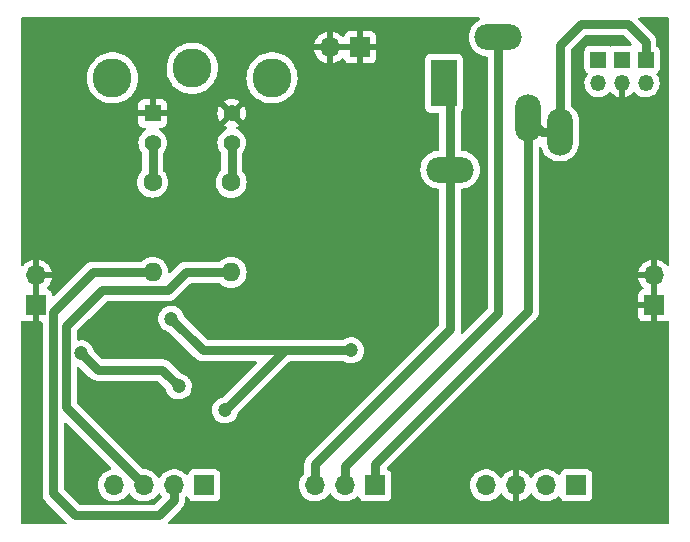
<source format=gbl>
G04 #@! TF.GenerationSoftware,KiCad,Pcbnew,(6.0.0)*
G04 #@! TF.CreationDate,2022-03-23T09:25:18+01:00*
G04 #@! TF.ProjectId,rfreplacement,72667265-706c-4616-9365-6d656e742e6b,1.2*
G04 #@! TF.SameCoordinates,Original*
G04 #@! TF.FileFunction,Copper,L2,Bot*
G04 #@! TF.FilePolarity,Positive*
%FSLAX46Y46*%
G04 Gerber Fmt 4.6, Leading zero omitted, Abs format (unit mm)*
G04 Created by KiCad (PCBNEW (6.0.0)) date 2022-03-23 09:25:18*
%MOMM*%
%LPD*%
G01*
G04 APERTURE LIST*
G04 #@! TA.AperFunction,ComponentPad*
%ADD10R,1.700000X1.700000*%
G04 #@! TD*
G04 #@! TA.AperFunction,ComponentPad*
%ADD11O,1.700000X1.700000*%
G04 #@! TD*
G04 #@! TA.AperFunction,ComponentPad*
%ADD12O,2.200000X4.000000*%
G04 #@! TD*
G04 #@! TA.AperFunction,ComponentPad*
%ADD13O,4.000000X2.200000*%
G04 #@! TD*
G04 #@! TA.AperFunction,ComponentPad*
%ADD14R,2.200000X4.000000*%
G04 #@! TD*
G04 #@! TA.AperFunction,ComponentPad*
%ADD15R,1.398000X1.398000*%
G04 #@! TD*
G04 #@! TA.AperFunction,ComponentPad*
%ADD16C,1.398000*%
G04 #@! TD*
G04 #@! TA.AperFunction,ComponentPad*
%ADD17C,3.306000*%
G04 #@! TD*
G04 #@! TA.AperFunction,ComponentPad*
%ADD18R,1.350000X1.350000*%
G04 #@! TD*
G04 #@! TA.AperFunction,ComponentPad*
%ADD19O,1.350000X1.350000*%
G04 #@! TD*
G04 #@! TA.AperFunction,ComponentPad*
%ADD20C,1.600000*%
G04 #@! TD*
G04 #@! TA.AperFunction,ComponentPad*
%ADD21O,1.600000X1.600000*%
G04 #@! TD*
G04 #@! TA.AperFunction,ViaPad*
%ADD22C,1.200000*%
G04 #@! TD*
G04 #@! TA.AperFunction,ViaPad*
%ADD23C,0.600000*%
G04 #@! TD*
G04 #@! TA.AperFunction,Conductor*
%ADD24C,0.800000*%
G04 #@! TD*
G04 APERTURE END LIST*
D10*
X144272000Y-99822000D03*
D11*
X141732000Y-99822000D03*
X139192000Y-99822000D03*
X136652000Y-99822000D03*
D10*
X127254000Y-99822000D03*
D11*
X124714000Y-99822000D03*
X122174000Y-99822000D03*
D10*
X112776000Y-99822000D03*
D11*
X110236000Y-99822000D03*
X107696000Y-99822000D03*
X105156000Y-99822000D03*
D12*
X142896000Y-69886000D03*
X140196000Y-68686000D03*
D13*
X137696000Y-61886000D03*
D14*
X133096000Y-65786000D03*
D13*
X133596000Y-73086000D03*
D15*
X108410000Y-68326000D03*
D16*
X115110000Y-68326000D03*
X108410000Y-70816000D03*
X115110000Y-70816000D03*
D17*
X111760000Y-64516000D03*
X118520000Y-65326000D03*
X105000000Y-65326000D03*
D18*
X146156000Y-63772000D03*
D19*
X146156000Y-65772000D03*
D18*
X148156000Y-63772000D03*
D19*
X148156000Y-65772000D03*
D18*
X150156000Y-63772000D03*
D19*
X150156000Y-65772000D03*
D10*
X125984000Y-62738000D03*
D11*
X123444000Y-62738000D03*
D10*
X150876000Y-84582000D03*
D11*
X150876000Y-82042000D03*
D10*
X98552000Y-84582000D03*
D11*
X98552000Y-82042000D03*
D20*
X108406000Y-74152000D03*
D21*
X108406000Y-81772000D03*
D20*
X115062000Y-74168000D03*
D21*
X115062000Y-81788000D03*
D22*
X110617000Y-91440000D03*
X102362000Y-88646000D03*
X114554000Y-93472000D03*
X125222000Y-88392000D03*
X109982000Y-85725000D03*
D23*
X151384000Y-74168000D03*
X128651000Y-88392000D03*
X135636000Y-77724000D03*
D22*
X111887000Y-84455000D03*
D23*
X98044000Y-74168000D03*
X151384000Y-91694000D03*
X148156000Y-67272000D03*
X141986000Y-94742000D03*
D22*
X120142000Y-93345000D03*
D23*
X124714000Y-70612000D03*
X98044000Y-102362000D03*
X111760000Y-77724000D03*
X151384000Y-60960000D03*
X151384000Y-102362000D03*
X132080000Y-97536000D03*
X117348000Y-97536000D03*
X124714000Y-77724000D03*
X111760000Y-70612000D03*
X102362000Y-97536000D03*
X98044000Y-91694000D03*
X98044000Y-60960000D03*
D24*
X109220000Y-90043000D02*
X103759000Y-90043000D01*
X110617000Y-91440000D02*
X109220000Y-90043000D01*
X103759000Y-90043000D02*
X102362000Y-88646000D01*
X112649000Y-88392000D02*
X125222000Y-88392000D01*
X112649000Y-88392000D02*
X109982000Y-85725000D01*
X114554000Y-93472000D02*
X119634000Y-88392000D01*
X115062000Y-81788000D02*
X111252000Y-81788000D01*
X109728000Y-83312000D02*
X111252000Y-81788000D01*
X101092000Y-86360000D02*
X104140000Y-83312000D01*
X107696000Y-99822000D02*
X101092000Y-93218000D01*
X101092000Y-93218000D02*
X101092000Y-86360000D01*
X104140000Y-83312000D02*
X109728000Y-83312000D01*
X103378000Y-81788000D02*
X108458000Y-81788000D01*
X103378000Y-81788000D02*
X100001511Y-85164489D01*
X100001511Y-100509511D02*
X101854000Y-102362000D01*
X108966000Y-102362000D02*
X110236000Y-101092000D01*
X100001511Y-85164489D02*
X100001511Y-100509511D01*
X101854000Y-102362000D02*
X108966000Y-102362000D01*
X110236000Y-101092000D02*
X110236000Y-99822000D01*
X122174000Y-99822000D02*
X122174000Y-98044000D01*
X122174000Y-98044000D02*
X133596000Y-86622000D01*
X133596000Y-86622000D02*
X133596000Y-73086000D01*
X133596000Y-73086000D02*
X133596000Y-66286000D01*
X115110000Y-70816000D02*
X115110000Y-74120000D01*
X148631000Y-60772000D02*
X144656000Y-60772000D01*
X150156000Y-63772000D02*
X150156000Y-62297000D01*
X142896000Y-62532000D02*
X142896000Y-69886000D01*
X150156000Y-62297000D02*
X148631000Y-60772000D01*
X144656000Y-60772000D02*
X142896000Y-62532000D01*
X141396000Y-69886000D02*
X140196000Y-68686000D01*
X127254000Y-99822000D02*
X127254000Y-98044000D01*
X127254000Y-98044000D02*
X140196000Y-85102000D01*
X140196000Y-85102000D02*
X140196000Y-68686000D01*
X142896000Y-69886000D02*
X141396000Y-69886000D01*
X108410000Y-70816000D02*
X108410000Y-74120000D01*
X124714000Y-98214000D02*
X137696000Y-85232000D01*
X137696000Y-85232000D02*
X137696000Y-61886000D01*
X124714000Y-99822000D02*
X124714000Y-98214000D01*
G04 #@! TA.AperFunction,Conductor*
G36*
X136102654Y-60218002D02*
G01*
X136149147Y-60271658D01*
X136159251Y-60341932D01*
X136129757Y-60406512D01*
X136082753Y-60440408D01*
X136063498Y-60448384D01*
X135847624Y-60580672D01*
X135655102Y-60745102D01*
X135490672Y-60937624D01*
X135358384Y-61153498D01*
X135261495Y-61387409D01*
X135256610Y-61407758D01*
X135204925Y-61623043D01*
X135202391Y-61633597D01*
X135182526Y-61886000D01*
X135202391Y-62138403D01*
X135203545Y-62143210D01*
X135203546Y-62143216D01*
X135224131Y-62228958D01*
X135261495Y-62384591D01*
X135263388Y-62389162D01*
X135263389Y-62389164D01*
X135356278Y-62613417D01*
X135358384Y-62618502D01*
X135490672Y-62834376D01*
X135655102Y-63026898D01*
X135847624Y-63191328D01*
X136063498Y-63323616D01*
X136068068Y-63325509D01*
X136068072Y-63325511D01*
X136267796Y-63408239D01*
X136297409Y-63420505D01*
X136382032Y-63440821D01*
X136538784Y-63478454D01*
X136538790Y-63478455D01*
X136543597Y-63479609D01*
X136671387Y-63489667D01*
X136737727Y-63514951D01*
X136779867Y-63572089D01*
X136787500Y-63615278D01*
X136787500Y-84803497D01*
X136767498Y-84871618D01*
X136750595Y-84892592D01*
X134696180Y-86947007D01*
X134633868Y-86981033D01*
X134563053Y-86975968D01*
X134506217Y-86933421D01*
X134481406Y-86866901D01*
X134486547Y-86824757D01*
X134486128Y-86824668D01*
X134487136Y-86819924D01*
X134487252Y-86818976D01*
X134487500Y-86818212D01*
X134489542Y-86811928D01*
X134491012Y-86797939D01*
X134494617Y-86778486D01*
X134496547Y-86771285D01*
X134498257Y-86764904D01*
X134498603Y-86758304D01*
X134501836Y-86696615D01*
X134502353Y-86690040D01*
X134504156Y-86672882D01*
X134504500Y-86669610D01*
X134504500Y-86649075D01*
X134504673Y-86642481D01*
X134507907Y-86580783D01*
X134507907Y-86580778D01*
X134508252Y-86574191D01*
X134506051Y-86560293D01*
X134504500Y-86540584D01*
X134504500Y-74815278D01*
X134524502Y-74747157D01*
X134578158Y-74700664D01*
X134620612Y-74689667D01*
X134748403Y-74679609D01*
X134753210Y-74678455D01*
X134753216Y-74678454D01*
X134909968Y-74640821D01*
X134994591Y-74620505D01*
X134999164Y-74618611D01*
X135223928Y-74525511D01*
X135223932Y-74525509D01*
X135228502Y-74523616D01*
X135444376Y-74391328D01*
X135636898Y-74226898D01*
X135801328Y-74034376D01*
X135933616Y-73818502D01*
X135972733Y-73724067D01*
X136028611Y-73589164D01*
X136028612Y-73589162D01*
X136030505Y-73584591D01*
X136089609Y-73338403D01*
X136109474Y-73086000D01*
X136089609Y-72833597D01*
X136030505Y-72587409D01*
X135952660Y-72399474D01*
X135935511Y-72358072D01*
X135935509Y-72358068D01*
X135933616Y-72353498D01*
X135801328Y-72137624D01*
X135636898Y-71945102D01*
X135444376Y-71780672D01*
X135228502Y-71648384D01*
X135223932Y-71646491D01*
X135223928Y-71646489D01*
X134999164Y-71553389D01*
X134999162Y-71553388D01*
X134994591Y-71551495D01*
X134874742Y-71522722D01*
X134753216Y-71493546D01*
X134753210Y-71493545D01*
X134748403Y-71492391D01*
X134620613Y-71482333D01*
X134554273Y-71457049D01*
X134512133Y-71399911D01*
X134504500Y-71356722D01*
X134504500Y-68253329D01*
X134524502Y-68185208D01*
X134546407Y-68161668D01*
X134545731Y-68160992D01*
X134552081Y-68154642D01*
X134559261Y-68149261D01*
X134646615Y-68032705D01*
X134697745Y-67896316D01*
X134704500Y-67834134D01*
X134704500Y-63737866D01*
X134697745Y-63675684D01*
X134646615Y-63539295D01*
X134559261Y-63422739D01*
X134442705Y-63335385D01*
X134306316Y-63284255D01*
X134244134Y-63277500D01*
X131947866Y-63277500D01*
X131885684Y-63284255D01*
X131749295Y-63335385D01*
X131632739Y-63422739D01*
X131545385Y-63539295D01*
X131494255Y-63675684D01*
X131487500Y-63737866D01*
X131487500Y-67834134D01*
X131494255Y-67896316D01*
X131545385Y-68032705D01*
X131632739Y-68149261D01*
X131749295Y-68236615D01*
X131885684Y-68287745D01*
X131947866Y-68294500D01*
X132561500Y-68294500D01*
X132629621Y-68314502D01*
X132676114Y-68368158D01*
X132687500Y-68420500D01*
X132687500Y-71356722D01*
X132667498Y-71424843D01*
X132613842Y-71471336D01*
X132571388Y-71482333D01*
X132443597Y-71492391D01*
X132438790Y-71493545D01*
X132438784Y-71493546D01*
X132317258Y-71522722D01*
X132197409Y-71551495D01*
X132192838Y-71553388D01*
X132192836Y-71553389D01*
X131968072Y-71646489D01*
X131968068Y-71646491D01*
X131963498Y-71648384D01*
X131747624Y-71780672D01*
X131555102Y-71945102D01*
X131390672Y-72137624D01*
X131258384Y-72353498D01*
X131256491Y-72358068D01*
X131256489Y-72358072D01*
X131239340Y-72399474D01*
X131161495Y-72587409D01*
X131102391Y-72833597D01*
X131082526Y-73086000D01*
X131102391Y-73338403D01*
X131161495Y-73584591D01*
X131163388Y-73589162D01*
X131163389Y-73589164D01*
X131219268Y-73724067D01*
X131258384Y-73818502D01*
X131390672Y-74034376D01*
X131555102Y-74226898D01*
X131747624Y-74391328D01*
X131963498Y-74523616D01*
X131968068Y-74525509D01*
X131968072Y-74525511D01*
X132192836Y-74618611D01*
X132197409Y-74620505D01*
X132282032Y-74640821D01*
X132438784Y-74678454D01*
X132438790Y-74678455D01*
X132443597Y-74679609D01*
X132571387Y-74689667D01*
X132637727Y-74714951D01*
X132679867Y-74772089D01*
X132687500Y-74815278D01*
X132687500Y-86193497D01*
X132667498Y-86261618D01*
X132650595Y-86282592D01*
X121589168Y-97344019D01*
X121574135Y-97356860D01*
X121562747Y-97365134D01*
X121558327Y-97370043D01*
X121516984Y-97415959D01*
X121512443Y-97420744D01*
X121497928Y-97435259D01*
X121495852Y-97437823D01*
X121485006Y-97451216D01*
X121480722Y-97456231D01*
X121439381Y-97502145D01*
X121439377Y-97502150D01*
X121434960Y-97507056D01*
X121431660Y-97512772D01*
X121431657Y-97512776D01*
X121427927Y-97519237D01*
X121416727Y-97535533D01*
X121407871Y-97546470D01*
X121386502Y-97588409D01*
X121376815Y-97607421D01*
X121373669Y-97613215D01*
X121339473Y-97672444D01*
X121337432Y-97678726D01*
X121337431Y-97678728D01*
X121335125Y-97685826D01*
X121327560Y-97704092D01*
X121321171Y-97716630D01*
X121304097Y-97780353D01*
X121303469Y-97782695D01*
X121301600Y-97789003D01*
X121280458Y-97854072D01*
X121279768Y-97860637D01*
X121279766Y-97860646D01*
X121278985Y-97868075D01*
X121275383Y-97887509D01*
X121273453Y-97894714D01*
X121271743Y-97901097D01*
X121271398Y-97907688D01*
X121271397Y-97907692D01*
X121268164Y-97969384D01*
X121267647Y-97975958D01*
X121265844Y-97993116D01*
X121265500Y-97996390D01*
X121265500Y-98016926D01*
X121265327Y-98023520D01*
X121262241Y-98082408D01*
X121261748Y-98091810D01*
X121262780Y-98098325D01*
X121263949Y-98105705D01*
X121265500Y-98125417D01*
X121265500Y-98755737D01*
X121245498Y-98823858D01*
X121230594Y-98842788D01*
X121149849Y-98927283D01*
X121114629Y-98964138D01*
X120988743Y-99148680D01*
X120894688Y-99351305D01*
X120834989Y-99566570D01*
X120811251Y-99788695D01*
X120824110Y-100011715D01*
X120825247Y-100016761D01*
X120825248Y-100016767D01*
X120839726Y-100081008D01*
X120873222Y-100229639D01*
X120905723Y-100309680D01*
X120953806Y-100428094D01*
X120957266Y-100436616D01*
X120994685Y-100497678D01*
X121071291Y-100622688D01*
X121073987Y-100627088D01*
X121220250Y-100795938D01*
X121392126Y-100938632D01*
X121585000Y-101051338D01*
X121793692Y-101131030D01*
X121798760Y-101132061D01*
X121798763Y-101132062D01*
X121893862Y-101151410D01*
X122012597Y-101175567D01*
X122017772Y-101175757D01*
X122017774Y-101175757D01*
X122230673Y-101183564D01*
X122230677Y-101183564D01*
X122235837Y-101183753D01*
X122240957Y-101183097D01*
X122240959Y-101183097D01*
X122452288Y-101156025D01*
X122452289Y-101156025D01*
X122457416Y-101155368D01*
X122462366Y-101153883D01*
X122666429Y-101092661D01*
X122666434Y-101092659D01*
X122671384Y-101091174D01*
X122871994Y-100992896D01*
X123053860Y-100863173D01*
X123074345Y-100842760D01*
X123152888Y-100764490D01*
X123212096Y-100705489D01*
X123216444Y-100699439D01*
X123342453Y-100524077D01*
X123343776Y-100525028D01*
X123390645Y-100481857D01*
X123460580Y-100469625D01*
X123526026Y-100497144D01*
X123553875Y-100528994D01*
X123613987Y-100627088D01*
X123760250Y-100795938D01*
X123932126Y-100938632D01*
X124125000Y-101051338D01*
X124333692Y-101131030D01*
X124338760Y-101132061D01*
X124338763Y-101132062D01*
X124433862Y-101151410D01*
X124552597Y-101175567D01*
X124557772Y-101175757D01*
X124557774Y-101175757D01*
X124770673Y-101183564D01*
X124770677Y-101183564D01*
X124775837Y-101183753D01*
X124780957Y-101183097D01*
X124780959Y-101183097D01*
X124992288Y-101156025D01*
X124992289Y-101156025D01*
X124997416Y-101155368D01*
X125002366Y-101153883D01*
X125206429Y-101092661D01*
X125206434Y-101092659D01*
X125211384Y-101091174D01*
X125411994Y-100992896D01*
X125593860Y-100863173D01*
X125702091Y-100755319D01*
X125764462Y-100721404D01*
X125835268Y-100726592D01*
X125892030Y-100769238D01*
X125909012Y-100800341D01*
X125924914Y-100842760D01*
X125953385Y-100918705D01*
X126040739Y-101035261D01*
X126157295Y-101122615D01*
X126293684Y-101173745D01*
X126355866Y-101180500D01*
X128152134Y-101180500D01*
X128214316Y-101173745D01*
X128350705Y-101122615D01*
X128467261Y-101035261D01*
X128554615Y-100918705D01*
X128605745Y-100782316D01*
X128612500Y-100720134D01*
X128612500Y-99788695D01*
X135289251Y-99788695D01*
X135302110Y-100011715D01*
X135303247Y-100016761D01*
X135303248Y-100016767D01*
X135317726Y-100081008D01*
X135351222Y-100229639D01*
X135383723Y-100309680D01*
X135431806Y-100428094D01*
X135435266Y-100436616D01*
X135472685Y-100497678D01*
X135549291Y-100622688D01*
X135551987Y-100627088D01*
X135698250Y-100795938D01*
X135870126Y-100938632D01*
X136063000Y-101051338D01*
X136271692Y-101131030D01*
X136276760Y-101132061D01*
X136276763Y-101132062D01*
X136371862Y-101151410D01*
X136490597Y-101175567D01*
X136495772Y-101175757D01*
X136495774Y-101175757D01*
X136708673Y-101183564D01*
X136708677Y-101183564D01*
X136713837Y-101183753D01*
X136718957Y-101183097D01*
X136718959Y-101183097D01*
X136930288Y-101156025D01*
X136930289Y-101156025D01*
X136935416Y-101155368D01*
X136940366Y-101153883D01*
X137144429Y-101092661D01*
X137144434Y-101092659D01*
X137149384Y-101091174D01*
X137349994Y-100992896D01*
X137531860Y-100863173D01*
X137552345Y-100842760D01*
X137630888Y-100764490D01*
X137690096Y-100705489D01*
X137694444Y-100699439D01*
X137820453Y-100524077D01*
X137821640Y-100524930D01*
X137868960Y-100481362D01*
X137938897Y-100469145D01*
X138004338Y-100496678D01*
X138032166Y-100528511D01*
X138089694Y-100622388D01*
X138095777Y-100630699D01*
X138235213Y-100791667D01*
X138242580Y-100798883D01*
X138406434Y-100934916D01*
X138414881Y-100940831D01*
X138598756Y-101048279D01*
X138608042Y-101052729D01*
X138807001Y-101128703D01*
X138816899Y-101131579D01*
X138920250Y-101152606D01*
X138934299Y-101151410D01*
X138938000Y-101141065D01*
X138938000Y-101140517D01*
X139446000Y-101140517D01*
X139450064Y-101154359D01*
X139463478Y-101156393D01*
X139470184Y-101155534D01*
X139480262Y-101153392D01*
X139684255Y-101092191D01*
X139693842Y-101088433D01*
X139885095Y-100994739D01*
X139893945Y-100989464D01*
X140067328Y-100865792D01*
X140075200Y-100859139D01*
X140226052Y-100708812D01*
X140232730Y-100700965D01*
X140360022Y-100523819D01*
X140361279Y-100524722D01*
X140408373Y-100481362D01*
X140478311Y-100469145D01*
X140543751Y-100496678D01*
X140571579Y-100528511D01*
X140631987Y-100627088D01*
X140778250Y-100795938D01*
X140950126Y-100938632D01*
X141143000Y-101051338D01*
X141351692Y-101131030D01*
X141356760Y-101132061D01*
X141356763Y-101132062D01*
X141451862Y-101151410D01*
X141570597Y-101175567D01*
X141575772Y-101175757D01*
X141575774Y-101175757D01*
X141788673Y-101183564D01*
X141788677Y-101183564D01*
X141793837Y-101183753D01*
X141798957Y-101183097D01*
X141798959Y-101183097D01*
X142010288Y-101156025D01*
X142010289Y-101156025D01*
X142015416Y-101155368D01*
X142020366Y-101153883D01*
X142224429Y-101092661D01*
X142224434Y-101092659D01*
X142229384Y-101091174D01*
X142429994Y-100992896D01*
X142611860Y-100863173D01*
X142720091Y-100755319D01*
X142782462Y-100721404D01*
X142853268Y-100726592D01*
X142910030Y-100769238D01*
X142927012Y-100800341D01*
X142942914Y-100842760D01*
X142971385Y-100918705D01*
X143058739Y-101035261D01*
X143175295Y-101122615D01*
X143311684Y-101173745D01*
X143373866Y-101180500D01*
X145170134Y-101180500D01*
X145232316Y-101173745D01*
X145368705Y-101122615D01*
X145485261Y-101035261D01*
X145572615Y-100918705D01*
X145623745Y-100782316D01*
X145630500Y-100720134D01*
X145630500Y-98923866D01*
X145623745Y-98861684D01*
X145572615Y-98725295D01*
X145485261Y-98608739D01*
X145368705Y-98521385D01*
X145232316Y-98470255D01*
X145170134Y-98463500D01*
X143373866Y-98463500D01*
X143311684Y-98470255D01*
X143175295Y-98521385D01*
X143058739Y-98608739D01*
X142971385Y-98725295D01*
X142968233Y-98733703D01*
X142926919Y-98843907D01*
X142884277Y-98900671D01*
X142817716Y-98925371D01*
X142748367Y-98910163D01*
X142715743Y-98884476D01*
X142665151Y-98828875D01*
X142665142Y-98828866D01*
X142661670Y-98825051D01*
X142657619Y-98821852D01*
X142657615Y-98821848D01*
X142490414Y-98689800D01*
X142490410Y-98689798D01*
X142486359Y-98686598D01*
X142450028Y-98666542D01*
X142406481Y-98642503D01*
X142290789Y-98578638D01*
X142285920Y-98576914D01*
X142285916Y-98576912D01*
X142085087Y-98505795D01*
X142085083Y-98505794D01*
X142080212Y-98504069D01*
X142075119Y-98503162D01*
X142075116Y-98503161D01*
X141865373Y-98465800D01*
X141865367Y-98465799D01*
X141860284Y-98464894D01*
X141786452Y-98463992D01*
X141642081Y-98462228D01*
X141642079Y-98462228D01*
X141636911Y-98462165D01*
X141416091Y-98495955D01*
X141203756Y-98565357D01*
X141005607Y-98668507D01*
X141001474Y-98671610D01*
X141001471Y-98671612D01*
X140831100Y-98799530D01*
X140826965Y-98802635D01*
X140801541Y-98829240D01*
X140733280Y-98900671D01*
X140672629Y-98964138D01*
X140565204Y-99121618D01*
X140564898Y-99122066D01*
X140509987Y-99167069D01*
X140439462Y-99175240D01*
X140375715Y-99143986D01*
X140355018Y-99119502D01*
X140274426Y-98994926D01*
X140268136Y-98986757D01*
X140124806Y-98829240D01*
X140117273Y-98822215D01*
X139950139Y-98690222D01*
X139941552Y-98684517D01*
X139755117Y-98581599D01*
X139745705Y-98577369D01*
X139544959Y-98506280D01*
X139534988Y-98503646D01*
X139463837Y-98490972D01*
X139450540Y-98492432D01*
X139446000Y-98506989D01*
X139446000Y-101140517D01*
X138938000Y-101140517D01*
X138938000Y-98505102D01*
X138934082Y-98491758D01*
X138919806Y-98489771D01*
X138881324Y-98495660D01*
X138871288Y-98498051D01*
X138668868Y-98564212D01*
X138659359Y-98568209D01*
X138470463Y-98666542D01*
X138461738Y-98672036D01*
X138291433Y-98799905D01*
X138283726Y-98806748D01*
X138136590Y-98960717D01*
X138130109Y-98968722D01*
X138025498Y-99122074D01*
X137970587Y-99167076D01*
X137900062Y-99175247D01*
X137836315Y-99143993D01*
X137815618Y-99119509D01*
X137734822Y-98994617D01*
X137734820Y-98994614D01*
X137732014Y-98990277D01*
X137581670Y-98825051D01*
X137577619Y-98821852D01*
X137577615Y-98821848D01*
X137410414Y-98689800D01*
X137410410Y-98689798D01*
X137406359Y-98686598D01*
X137370028Y-98666542D01*
X137326481Y-98642503D01*
X137210789Y-98578638D01*
X137205920Y-98576914D01*
X137205916Y-98576912D01*
X137005087Y-98505795D01*
X137005083Y-98505794D01*
X137000212Y-98504069D01*
X136995119Y-98503162D01*
X136995116Y-98503161D01*
X136785373Y-98465800D01*
X136785367Y-98465799D01*
X136780284Y-98464894D01*
X136706452Y-98463992D01*
X136562081Y-98462228D01*
X136562079Y-98462228D01*
X136556911Y-98462165D01*
X136336091Y-98495955D01*
X136123756Y-98565357D01*
X135925607Y-98668507D01*
X135921474Y-98671610D01*
X135921471Y-98671612D01*
X135751100Y-98799530D01*
X135746965Y-98802635D01*
X135721541Y-98829240D01*
X135653280Y-98900671D01*
X135592629Y-98964138D01*
X135466743Y-99148680D01*
X135372688Y-99351305D01*
X135312989Y-99566570D01*
X135289251Y-99788695D01*
X128612500Y-99788695D01*
X128612500Y-98923866D01*
X128605745Y-98861684D01*
X128554615Y-98725295D01*
X128467261Y-98608739D01*
X128350705Y-98521385D01*
X128323550Y-98511205D01*
X128266786Y-98468563D01*
X128242086Y-98402002D01*
X128257293Y-98332653D01*
X128278685Y-98304128D01*
X140780832Y-85801981D01*
X140795865Y-85789140D01*
X140801913Y-85784746D01*
X140801914Y-85784745D01*
X140807253Y-85780866D01*
X140853016Y-85730041D01*
X140857557Y-85725256D01*
X140872072Y-85710741D01*
X140884994Y-85694784D01*
X140889278Y-85689769D01*
X140930619Y-85643855D01*
X140930623Y-85643850D01*
X140935040Y-85638944D01*
X140938340Y-85633228D01*
X140938343Y-85633224D01*
X140942073Y-85626763D01*
X140953273Y-85610466D01*
X140957975Y-85604660D01*
X140957976Y-85604658D01*
X140962129Y-85599530D01*
X140980732Y-85563021D01*
X140993188Y-85538574D01*
X140996336Y-85532777D01*
X141027224Y-85479277D01*
X141028730Y-85476669D01*
X149518001Y-85476669D01*
X149518371Y-85483490D01*
X149523895Y-85534352D01*
X149527521Y-85549604D01*
X149572676Y-85670054D01*
X149581214Y-85685649D01*
X149657715Y-85787724D01*
X149670276Y-85800285D01*
X149772351Y-85876786D01*
X149787946Y-85885324D01*
X149908394Y-85930478D01*
X149923649Y-85934105D01*
X149974514Y-85939631D01*
X149981328Y-85940000D01*
X150603885Y-85940000D01*
X150619124Y-85935525D01*
X150620329Y-85934135D01*
X150622000Y-85926452D01*
X150622000Y-84854115D01*
X150617525Y-84838876D01*
X150616135Y-84837671D01*
X150608452Y-84836000D01*
X149536116Y-84836000D01*
X149520877Y-84840475D01*
X149519672Y-84841865D01*
X149518001Y-84849548D01*
X149518001Y-85476669D01*
X141028730Y-85476669D01*
X141030527Y-85473556D01*
X141034875Y-85460174D01*
X141042438Y-85441915D01*
X141048830Y-85429370D01*
X141066537Y-85363288D01*
X141068409Y-85356969D01*
X141087501Y-85298210D01*
X141087501Y-85298209D01*
X141089542Y-85291928D01*
X141091014Y-85277925D01*
X141094615Y-85258496D01*
X141098257Y-85244903D01*
X141101836Y-85176616D01*
X141102353Y-85170042D01*
X141104156Y-85152884D01*
X141104156Y-85152882D01*
X141104500Y-85149610D01*
X141104500Y-85129074D01*
X141104673Y-85122480D01*
X141107907Y-85060782D01*
X141107907Y-85060777D01*
X141108252Y-85054190D01*
X141106051Y-85040292D01*
X141104500Y-85020583D01*
X141104500Y-84309885D01*
X149518000Y-84309885D01*
X149522475Y-84325124D01*
X149523865Y-84326329D01*
X149531548Y-84328000D01*
X150603885Y-84328000D01*
X150619124Y-84323525D01*
X150620329Y-84322135D01*
X150622000Y-84314452D01*
X150622000Y-82314115D01*
X150617525Y-82298876D01*
X150616135Y-82297671D01*
X150608452Y-82296000D01*
X149559225Y-82296000D01*
X149545694Y-82299973D01*
X149544257Y-82309966D01*
X149574565Y-82444446D01*
X149577645Y-82454275D01*
X149657770Y-82651603D01*
X149662413Y-82660794D01*
X149773694Y-82842388D01*
X149779777Y-82850699D01*
X149919213Y-83011667D01*
X149926578Y-83018881D01*
X149931966Y-83023354D01*
X149971599Y-83082258D01*
X149973095Y-83153239D01*
X149935978Y-83213761D01*
X149895707Y-83238278D01*
X149787948Y-83278675D01*
X149772351Y-83287214D01*
X149670276Y-83363715D01*
X149657715Y-83376276D01*
X149581214Y-83478351D01*
X149572676Y-83493946D01*
X149527522Y-83614394D01*
X149523895Y-83629649D01*
X149518369Y-83680514D01*
X149518000Y-83687328D01*
X149518000Y-84309885D01*
X141104500Y-84309885D01*
X141104500Y-81776183D01*
X149540389Y-81776183D01*
X149541912Y-81784607D01*
X149554292Y-81788000D01*
X150603885Y-81788000D01*
X150619124Y-81783525D01*
X150620329Y-81782135D01*
X150622000Y-81774452D01*
X150622000Y-80725102D01*
X150618082Y-80711758D01*
X150603806Y-80709771D01*
X150565324Y-80715660D01*
X150555288Y-80718051D01*
X150352868Y-80784212D01*
X150343359Y-80788209D01*
X150154463Y-80886542D01*
X150145738Y-80892036D01*
X149975433Y-81019905D01*
X149967726Y-81026748D01*
X149820590Y-81180717D01*
X149814104Y-81188727D01*
X149694098Y-81364649D01*
X149689000Y-81373623D01*
X149599338Y-81566783D01*
X149595775Y-81576470D01*
X149540389Y-81776183D01*
X141104500Y-81776183D01*
X141104500Y-71278700D01*
X141124502Y-71210579D01*
X141178158Y-71164086D01*
X141248432Y-71153982D01*
X141313012Y-71183476D01*
X141353019Y-71249286D01*
X141361495Y-71284591D01*
X141363388Y-71289162D01*
X141363389Y-71289164D01*
X141447408Y-71492003D01*
X141458384Y-71518502D01*
X141590672Y-71734376D01*
X141755102Y-71926898D01*
X141947624Y-72091328D01*
X142163498Y-72223616D01*
X142168068Y-72225509D01*
X142168072Y-72225511D01*
X142392836Y-72318611D01*
X142397409Y-72320505D01*
X142482032Y-72340821D01*
X142638784Y-72378454D01*
X142638790Y-72378455D01*
X142643597Y-72379609D01*
X142896000Y-72399474D01*
X143148403Y-72379609D01*
X143153210Y-72378455D01*
X143153216Y-72378454D01*
X143309968Y-72340821D01*
X143394591Y-72320505D01*
X143399164Y-72318611D01*
X143623928Y-72225511D01*
X143623932Y-72225509D01*
X143628502Y-72223616D01*
X143844376Y-72091328D01*
X144036898Y-71926898D01*
X144201328Y-71734376D01*
X144333616Y-71518502D01*
X144344593Y-71492003D01*
X144428611Y-71289164D01*
X144428612Y-71289162D01*
X144430505Y-71284591D01*
X144454780Y-71183476D01*
X144488454Y-71043216D01*
X144488455Y-71043210D01*
X144489609Y-71038403D01*
X144504500Y-70849199D01*
X144504500Y-68922801D01*
X144489609Y-68733597D01*
X144481069Y-68698022D01*
X144443541Y-68541709D01*
X144430505Y-68487409D01*
X144428611Y-68482836D01*
X144335511Y-68258072D01*
X144335509Y-68258068D01*
X144333616Y-68253498D01*
X144201328Y-68037624D01*
X144036898Y-67845102D01*
X143848668Y-67684338D01*
X143809860Y-67624888D01*
X143804500Y-67588528D01*
X143804500Y-62960503D01*
X143824502Y-62892382D01*
X143841405Y-62871408D01*
X144995408Y-61717405D01*
X145057720Y-61683379D01*
X145084503Y-61680500D01*
X148202497Y-61680500D01*
X148270618Y-61700502D01*
X148291592Y-61717405D01*
X148947592Y-62373405D01*
X148981618Y-62435717D01*
X148976553Y-62506532D01*
X148934006Y-62563368D01*
X148867486Y-62588179D01*
X148858497Y-62588500D01*
X147432866Y-62588500D01*
X147370684Y-62595255D01*
X147234295Y-62646385D01*
X147227109Y-62651771D01*
X147219240Y-62656079D01*
X147217857Y-62653553D01*
X147165058Y-62673279D01*
X147095676Y-62658226D01*
X147089888Y-62654507D01*
X147084893Y-62651772D01*
X147077705Y-62646385D01*
X146941316Y-62595255D01*
X146879134Y-62588500D01*
X145432866Y-62588500D01*
X145370684Y-62595255D01*
X145234295Y-62646385D01*
X145117739Y-62733739D01*
X145030385Y-62850295D01*
X144979255Y-62986684D01*
X144972500Y-63048866D01*
X144972500Y-64495134D01*
X144979255Y-64557316D01*
X145030385Y-64693705D01*
X145117739Y-64810261D01*
X145124919Y-64815642D01*
X145196269Y-64869116D01*
X145238784Y-64925975D01*
X145243810Y-64996794D01*
X145219654Y-65047948D01*
X145193756Y-65080800D01*
X145159181Y-65124658D01*
X145057905Y-65317154D01*
X145056192Y-65322671D01*
X145025452Y-65421670D01*
X144993403Y-65524882D01*
X144967837Y-65740887D01*
X144982063Y-65957933D01*
X144983484Y-65963529D01*
X144983485Y-65963534D01*
X145025436Y-66128712D01*
X145035605Y-66168753D01*
X145038022Y-66173996D01*
X145075566Y-66255435D01*
X145126668Y-66366285D01*
X145130001Y-66371001D01*
X145211908Y-66486896D01*
X145252204Y-66543914D01*
X145408009Y-66695692D01*
X145588863Y-66816536D01*
X145594171Y-66818817D01*
X145594172Y-66818817D01*
X145783409Y-66900119D01*
X145783412Y-66900120D01*
X145788712Y-66902397D01*
X145794342Y-66903671D01*
X145949199Y-66938712D01*
X146000860Y-66950402D01*
X146006631Y-66950629D01*
X146006633Y-66950629D01*
X146079620Y-66953496D01*
X146218205Y-66958941D01*
X146433466Y-66927730D01*
X146438930Y-66925875D01*
X146438935Y-66925874D01*
X146633963Y-66859671D01*
X146633968Y-66859669D01*
X146639435Y-66857813D01*
X146645296Y-66854531D01*
X146719661Y-66812884D01*
X146829213Y-66751532D01*
X146996446Y-66612446D01*
X147056578Y-66540145D01*
X147115515Y-66500561D01*
X147186497Y-66499125D01*
X147249264Y-66538885D01*
X147256720Y-66547615D01*
X147404191Y-66691275D01*
X147413124Y-66698509D01*
X147584299Y-66812884D01*
X147594409Y-66818374D01*
X147783566Y-66899642D01*
X147794499Y-66903194D01*
X147884332Y-66923521D01*
X147898405Y-66922632D01*
X147902000Y-66913233D01*
X147902000Y-65644000D01*
X147922002Y-65575879D01*
X147975658Y-65529386D01*
X148028000Y-65518000D01*
X148284000Y-65518000D01*
X148352121Y-65538002D01*
X148398614Y-65591658D01*
X148410000Y-65644000D01*
X148410000Y-66912512D01*
X148413966Y-66926018D01*
X148427883Y-66928011D01*
X148438817Y-66925386D01*
X148633763Y-66859210D01*
X148644272Y-66854531D01*
X148823882Y-66753944D01*
X148833375Y-66747420D01*
X148991653Y-66615782D01*
X148999782Y-66607653D01*
X149055923Y-66540151D01*
X149114861Y-66500567D01*
X149185843Y-66499131D01*
X149248607Y-66538888D01*
X149248868Y-66539193D01*
X149252204Y-66543914D01*
X149408009Y-66695692D01*
X149588863Y-66816536D01*
X149594171Y-66818817D01*
X149594172Y-66818817D01*
X149783409Y-66900119D01*
X149783412Y-66900120D01*
X149788712Y-66902397D01*
X149794342Y-66903671D01*
X149949199Y-66938712D01*
X150000860Y-66950402D01*
X150006631Y-66950629D01*
X150006633Y-66950629D01*
X150079620Y-66953496D01*
X150218205Y-66958941D01*
X150433466Y-66927730D01*
X150438930Y-66925875D01*
X150438935Y-66925874D01*
X150633963Y-66859671D01*
X150633968Y-66859669D01*
X150639435Y-66857813D01*
X150645296Y-66854531D01*
X150719661Y-66812884D01*
X150829213Y-66751532D01*
X150996446Y-66612446D01*
X151135532Y-66445213D01*
X151234341Y-66268777D01*
X151238989Y-66260478D01*
X151238990Y-66260476D01*
X151241813Y-66255435D01*
X151243669Y-66249968D01*
X151243671Y-66249963D01*
X151309874Y-66054935D01*
X151309875Y-66054930D01*
X151311730Y-66049466D01*
X151342941Y-65834205D01*
X151344570Y-65772000D01*
X151324667Y-65555400D01*
X151317331Y-65529386D01*
X151286951Y-65421670D01*
X151265626Y-65346055D01*
X151169423Y-65150974D01*
X151090465Y-65045236D01*
X151065733Y-64978686D01*
X151080907Y-64909330D01*
X151115858Y-64869021D01*
X151187080Y-64815643D01*
X151187081Y-64815642D01*
X151194261Y-64810261D01*
X151281615Y-64693705D01*
X151332745Y-64557316D01*
X151339500Y-64495134D01*
X151339500Y-63048866D01*
X151332745Y-62986684D01*
X151281615Y-62850295D01*
X151194261Y-62733739D01*
X151156000Y-62705064D01*
X151114935Y-62674287D01*
X151072420Y-62617427D01*
X151064500Y-62573461D01*
X151064500Y-62378417D01*
X151066051Y-62358707D01*
X151067220Y-62351327D01*
X151067220Y-62351326D01*
X151068252Y-62344810D01*
X151064673Y-62276520D01*
X151064500Y-62269926D01*
X151064500Y-62249390D01*
X151064156Y-62246116D01*
X151062353Y-62228958D01*
X151061836Y-62222384D01*
X151058603Y-62160696D01*
X151058603Y-62160694D01*
X151058257Y-62154097D01*
X151054615Y-62140504D01*
X151051014Y-62121075D01*
X151050232Y-62113639D01*
X151049542Y-62107072D01*
X151045757Y-62095421D01*
X151028409Y-62042031D01*
X151026535Y-62035706D01*
X151010538Y-61976003D01*
X151010537Y-61976000D01*
X151008830Y-61969630D01*
X151002438Y-61957085D01*
X150994874Y-61938823D01*
X150992568Y-61931726D01*
X150990527Y-61925444D01*
X150964908Y-61881070D01*
X150956336Y-61866223D01*
X150953188Y-61860426D01*
X150925126Y-61805351D01*
X150925124Y-61805348D01*
X150922129Y-61799470D01*
X150913273Y-61788533D01*
X150902073Y-61772237D01*
X150898343Y-61765776D01*
X150898340Y-61765772D01*
X150895040Y-61760056D01*
X150890623Y-61755150D01*
X150890619Y-61755145D01*
X150849278Y-61709231D01*
X150844994Y-61704216D01*
X150834148Y-61690823D01*
X150832072Y-61688259D01*
X150817557Y-61673744D01*
X150813016Y-61668959D01*
X150795897Y-61649946D01*
X150767253Y-61618134D01*
X150755865Y-61609860D01*
X150740832Y-61597019D01*
X149556908Y-60413095D01*
X149522882Y-60350783D01*
X149527947Y-60279968D01*
X149570494Y-60223132D01*
X149637014Y-60198321D01*
X149646003Y-60198000D01*
X152020000Y-60198000D01*
X152088121Y-60218002D01*
X152134614Y-60271658D01*
X152146000Y-60324000D01*
X152146000Y-81094121D01*
X152125998Y-81162242D01*
X152072342Y-81208735D01*
X152002068Y-81218839D01*
X151937488Y-81189345D01*
X151926807Y-81178921D01*
X151808806Y-81049240D01*
X151801273Y-81042215D01*
X151634139Y-80910222D01*
X151625552Y-80904517D01*
X151439117Y-80801599D01*
X151429705Y-80797369D01*
X151228959Y-80726280D01*
X151218988Y-80723646D01*
X151147837Y-80710972D01*
X151134540Y-80712432D01*
X151130000Y-80726989D01*
X151130000Y-85921884D01*
X151134475Y-85937123D01*
X151135865Y-85938328D01*
X151143548Y-85939999D01*
X151770669Y-85939999D01*
X151777490Y-85939629D01*
X151828352Y-85934105D01*
X151843604Y-85930479D01*
X151972462Y-85882172D01*
X151973437Y-85884772D01*
X152028851Y-85872654D01*
X152095399Y-85897392D01*
X152138007Y-85954182D01*
X152146000Y-85998343D01*
X152146000Y-102998000D01*
X152125998Y-103066121D01*
X152072342Y-103112614D01*
X152020000Y-103124000D01*
X109793003Y-103124000D01*
X109724882Y-103103998D01*
X109678389Y-103050342D01*
X109668285Y-102980068D01*
X109697779Y-102915488D01*
X109703908Y-102908905D01*
X110820832Y-101791981D01*
X110835865Y-101779140D01*
X110841913Y-101774746D01*
X110841914Y-101774745D01*
X110847253Y-101770866D01*
X110893016Y-101720041D01*
X110897557Y-101715256D01*
X110912072Y-101700741D01*
X110924994Y-101684784D01*
X110929278Y-101679769D01*
X110970619Y-101633855D01*
X110970623Y-101633850D01*
X110975040Y-101628944D01*
X110978340Y-101623228D01*
X110978343Y-101623224D01*
X110982073Y-101616763D01*
X110993273Y-101600466D01*
X110997975Y-101594660D01*
X110997976Y-101594658D01*
X111002129Y-101589530D01*
X111033186Y-101528577D01*
X111036333Y-101522782D01*
X111067223Y-101469279D01*
X111067224Y-101469278D01*
X111070527Y-101463556D01*
X111074875Y-101450173D01*
X111082441Y-101431907D01*
X111085832Y-101425252D01*
X111088829Y-101419370D01*
X111106529Y-101353315D01*
X111108402Y-101346991D01*
X111127500Y-101288212D01*
X111129542Y-101281928D01*
X111131012Y-101267939D01*
X111134617Y-101248486D01*
X111136547Y-101241285D01*
X111138257Y-101234904D01*
X111139589Y-101209492D01*
X111141836Y-101166615D01*
X111142353Y-101160040D01*
X111144156Y-101142882D01*
X111144500Y-101139610D01*
X111144500Y-101119075D01*
X111144673Y-101112481D01*
X111147907Y-101050783D01*
X111147907Y-101050778D01*
X111148252Y-101044191D01*
X111146051Y-101030293D01*
X111144500Y-101010584D01*
X111144500Y-100886953D01*
X111164502Y-100818832D01*
X111181560Y-100797702D01*
X111202151Y-100777183D01*
X111224091Y-100755319D01*
X111286461Y-100721404D01*
X111357268Y-100726592D01*
X111414030Y-100769238D01*
X111431012Y-100800341D01*
X111446914Y-100842760D01*
X111475385Y-100918705D01*
X111562739Y-101035261D01*
X111679295Y-101122615D01*
X111815684Y-101173745D01*
X111877866Y-101180500D01*
X113674134Y-101180500D01*
X113736316Y-101173745D01*
X113872705Y-101122615D01*
X113989261Y-101035261D01*
X114076615Y-100918705D01*
X114127745Y-100782316D01*
X114134500Y-100720134D01*
X114134500Y-98923866D01*
X114127745Y-98861684D01*
X114076615Y-98725295D01*
X113989261Y-98608739D01*
X113872705Y-98521385D01*
X113736316Y-98470255D01*
X113674134Y-98463500D01*
X111877866Y-98463500D01*
X111815684Y-98470255D01*
X111679295Y-98521385D01*
X111562739Y-98608739D01*
X111475385Y-98725295D01*
X111472233Y-98733703D01*
X111430919Y-98843907D01*
X111388277Y-98900671D01*
X111321716Y-98925371D01*
X111252367Y-98910163D01*
X111219743Y-98884476D01*
X111169151Y-98828875D01*
X111169142Y-98828866D01*
X111165670Y-98825051D01*
X111161619Y-98821852D01*
X111161615Y-98821848D01*
X110994414Y-98689800D01*
X110994410Y-98689798D01*
X110990359Y-98686598D01*
X110954028Y-98666542D01*
X110910481Y-98642503D01*
X110794789Y-98578638D01*
X110789920Y-98576914D01*
X110789916Y-98576912D01*
X110589087Y-98505795D01*
X110589083Y-98505794D01*
X110584212Y-98504069D01*
X110579119Y-98503162D01*
X110579116Y-98503161D01*
X110369373Y-98465800D01*
X110369367Y-98465799D01*
X110364284Y-98464894D01*
X110290452Y-98463992D01*
X110146081Y-98462228D01*
X110146079Y-98462228D01*
X110140911Y-98462165D01*
X109920091Y-98495955D01*
X109707756Y-98565357D01*
X109509607Y-98668507D01*
X109505474Y-98671610D01*
X109505471Y-98671612D01*
X109335100Y-98799530D01*
X109330965Y-98802635D01*
X109305541Y-98829240D01*
X109237280Y-98900671D01*
X109176629Y-98964138D01*
X109069201Y-99121621D01*
X109014293Y-99166621D01*
X108943768Y-99174792D01*
X108880021Y-99143538D01*
X108859324Y-99119054D01*
X108778822Y-98994617D01*
X108778820Y-98994614D01*
X108776014Y-98990277D01*
X108625670Y-98825051D01*
X108621619Y-98821852D01*
X108621615Y-98821848D01*
X108454414Y-98689800D01*
X108454410Y-98689798D01*
X108450359Y-98686598D01*
X108414028Y-98666542D01*
X108370481Y-98642503D01*
X108254789Y-98578638D01*
X108249920Y-98576914D01*
X108249916Y-98576912D01*
X108049087Y-98505795D01*
X108049083Y-98505794D01*
X108044212Y-98504069D01*
X108039119Y-98503162D01*
X108039116Y-98503161D01*
X107829373Y-98465800D01*
X107829367Y-98465799D01*
X107824284Y-98464894D01*
X107672512Y-98463040D01*
X107604642Y-98442207D01*
X107584957Y-98426144D01*
X102037405Y-92878592D01*
X102003379Y-92816280D01*
X102000500Y-92789497D01*
X102000500Y-89873503D01*
X102020502Y-89805382D01*
X102074158Y-89758889D01*
X102144432Y-89748785D01*
X102209012Y-89778279D01*
X102215595Y-89784408D01*
X103059019Y-90627832D01*
X103071860Y-90642865D01*
X103080134Y-90654253D01*
X103085043Y-90658673D01*
X103130959Y-90700016D01*
X103135744Y-90704557D01*
X103150259Y-90719072D01*
X103152823Y-90721148D01*
X103166216Y-90731994D01*
X103171231Y-90736278D01*
X103217145Y-90777619D01*
X103217150Y-90777623D01*
X103222056Y-90782040D01*
X103227772Y-90785340D01*
X103227776Y-90785343D01*
X103234237Y-90789073D01*
X103250533Y-90800273D01*
X103261470Y-90809129D01*
X103322421Y-90840185D01*
X103328215Y-90843331D01*
X103387444Y-90877527D01*
X103393726Y-90879568D01*
X103393728Y-90879569D01*
X103400826Y-90881875D01*
X103419092Y-90889440D01*
X103431630Y-90895829D01*
X103438006Y-90897538D01*
X103438010Y-90897539D01*
X103497685Y-90913529D01*
X103504010Y-90915402D01*
X103569072Y-90936542D01*
X103575640Y-90937232D01*
X103575644Y-90937233D01*
X103583061Y-90938012D01*
X103602508Y-90941616D01*
X103616096Y-90945257D01*
X103622695Y-90945603D01*
X103622696Y-90945603D01*
X103684385Y-90948836D01*
X103690960Y-90949353D01*
X103705222Y-90950852D01*
X103711390Y-90951500D01*
X103731925Y-90951500D01*
X103738519Y-90951673D01*
X103800217Y-90954907D01*
X103800222Y-90954907D01*
X103806809Y-90955252D01*
X103820707Y-90953051D01*
X103840416Y-90951500D01*
X108791497Y-90951500D01*
X108859618Y-90971502D01*
X108880592Y-90988405D01*
X109496742Y-91604555D01*
X109529770Y-91662635D01*
X109567605Y-91811610D01*
X109652898Y-91996624D01*
X109770479Y-92162997D01*
X109916410Y-92305157D01*
X109921206Y-92308362D01*
X109921209Y-92308364D01*
X109989149Y-92353760D01*
X110085803Y-92418342D01*
X110091106Y-92420620D01*
X110091109Y-92420622D01*
X110267680Y-92496483D01*
X110272987Y-92498763D01*
X110345817Y-92515243D01*
X110466055Y-92542450D01*
X110466060Y-92542451D01*
X110471692Y-92543725D01*
X110477463Y-92543952D01*
X110477465Y-92543952D01*
X110540470Y-92546427D01*
X110675263Y-92551723D01*
X110876883Y-92522490D01*
X110882347Y-92520635D01*
X110882352Y-92520634D01*
X111064327Y-92458862D01*
X111064332Y-92458860D01*
X111069799Y-92457004D01*
X111247551Y-92357458D01*
X111404186Y-92227186D01*
X111534458Y-92070551D01*
X111634004Y-91892799D01*
X111635860Y-91887332D01*
X111635862Y-91887327D01*
X111697634Y-91705352D01*
X111697635Y-91705347D01*
X111699490Y-91699883D01*
X111728723Y-91498263D01*
X111730249Y-91440000D01*
X111711608Y-91237126D01*
X111656307Y-91041047D01*
X111622012Y-90971502D01*
X111568756Y-90863510D01*
X111566201Y-90858329D01*
X111529462Y-90809129D01*
X111447758Y-90699715D01*
X111447758Y-90699714D01*
X111444305Y-90695091D01*
X111294703Y-90556800D01*
X111248675Y-90527759D01*
X111127288Y-90451169D01*
X111127283Y-90451167D01*
X111122404Y-90448088D01*
X110933180Y-90372595D01*
X110883847Y-90362782D01*
X110847367Y-90355525D01*
X110782854Y-90321041D01*
X109919981Y-89458168D01*
X109907140Y-89443135D01*
X109902746Y-89437087D01*
X109902745Y-89437086D01*
X109898866Y-89431747D01*
X109848041Y-89385984D01*
X109843256Y-89381443D01*
X109828741Y-89366928D01*
X109821282Y-89360888D01*
X109812784Y-89354006D01*
X109807769Y-89349722D01*
X109761855Y-89308381D01*
X109761850Y-89308377D01*
X109756944Y-89303960D01*
X109751228Y-89300660D01*
X109751224Y-89300657D01*
X109744763Y-89296927D01*
X109728466Y-89285727D01*
X109722660Y-89281025D01*
X109722658Y-89281024D01*
X109717530Y-89276871D01*
X109656577Y-89245814D01*
X109650782Y-89242667D01*
X109649345Y-89241837D01*
X109591556Y-89208473D01*
X109585274Y-89206432D01*
X109585272Y-89206431D01*
X109578174Y-89204125D01*
X109559907Y-89196559D01*
X109547370Y-89190171D01*
X109481299Y-89172467D01*
X109474997Y-89170600D01*
X109409928Y-89149458D01*
X109403363Y-89148768D01*
X109403354Y-89148766D01*
X109395925Y-89147985D01*
X109376491Y-89144383D01*
X109369286Y-89142453D01*
X109369284Y-89142453D01*
X109362903Y-89140743D01*
X109356312Y-89140398D01*
X109356308Y-89140397D01*
X109294616Y-89137164D01*
X109288042Y-89136647D01*
X109270884Y-89134844D01*
X109270882Y-89134844D01*
X109267610Y-89134500D01*
X109247074Y-89134500D01*
X109240480Y-89134327D01*
X109178782Y-89131093D01*
X109178777Y-89131093D01*
X109172190Y-89130748D01*
X109158292Y-89132949D01*
X109138583Y-89134500D01*
X104187503Y-89134500D01*
X104119382Y-89114498D01*
X104098408Y-89097595D01*
X103484834Y-88484021D01*
X103452660Y-88429128D01*
X103402875Y-88252606D01*
X103402874Y-88252604D01*
X103401307Y-88247047D01*
X103375582Y-88194880D01*
X103313756Y-88069510D01*
X103311201Y-88064329D01*
X103189305Y-87901091D01*
X103096724Y-87815510D01*
X103043943Y-87766719D01*
X103043940Y-87766717D01*
X103039703Y-87762800D01*
X102993675Y-87733759D01*
X102872288Y-87657169D01*
X102872283Y-87657167D01*
X102867404Y-87654088D01*
X102678180Y-87578595D01*
X102478366Y-87538849D01*
X102472592Y-87538773D01*
X102472588Y-87538773D01*
X102369452Y-87537424D01*
X102274655Y-87536183D01*
X102268958Y-87537162D01*
X102268957Y-87537162D01*
X102147838Y-87557974D01*
X102077314Y-87549797D01*
X102022406Y-87504790D01*
X102000500Y-87433794D01*
X102000500Y-86788503D01*
X102020502Y-86720382D01*
X102037405Y-86699408D01*
X103040954Y-85695859D01*
X108869132Y-85695859D01*
X108882457Y-85899151D01*
X108932605Y-86096610D01*
X109017898Y-86281624D01*
X109135479Y-86447997D01*
X109281410Y-86590157D01*
X109286206Y-86593362D01*
X109286209Y-86593364D01*
X109405216Y-86672882D01*
X109450803Y-86703342D01*
X109456106Y-86705620D01*
X109456109Y-86705622D01*
X109632680Y-86781483D01*
X109637987Y-86783763D01*
X109700637Y-86797939D01*
X109754920Y-86810222D01*
X109816207Y-86844020D01*
X111949019Y-88976832D01*
X111961860Y-88991865D01*
X111970134Y-89003253D01*
X111975043Y-89007673D01*
X112020959Y-89049016D01*
X112025744Y-89053557D01*
X112040259Y-89068072D01*
X112042823Y-89070148D01*
X112056216Y-89080994D01*
X112061231Y-89085278D01*
X112107145Y-89126619D01*
X112107150Y-89126623D01*
X112112056Y-89131040D01*
X112117772Y-89134340D01*
X112117776Y-89134343D01*
X112124237Y-89138073D01*
X112140534Y-89149273D01*
X112143282Y-89151498D01*
X112151470Y-89158129D01*
X112157348Y-89161124D01*
X112157351Y-89161126D01*
X112212426Y-89189188D01*
X112218223Y-89192336D01*
X112251896Y-89211777D01*
X112277444Y-89226527D01*
X112290826Y-89230875D01*
X112309085Y-89238438D01*
X112321630Y-89244830D01*
X112328000Y-89246537D01*
X112328003Y-89246538D01*
X112367074Y-89257007D01*
X112387712Y-89262537D01*
X112394025Y-89264407D01*
X112459072Y-89285542D01*
X112473075Y-89287014D01*
X112492504Y-89290615D01*
X112506097Y-89294257D01*
X112512694Y-89294603D01*
X112512696Y-89294603D01*
X112574384Y-89297836D01*
X112580958Y-89298353D01*
X112598116Y-89300156D01*
X112598118Y-89300156D01*
X112601390Y-89300500D01*
X112621926Y-89300500D01*
X112628520Y-89300673D01*
X112690218Y-89303907D01*
X112690223Y-89303907D01*
X112696810Y-89304252D01*
X112703326Y-89303220D01*
X112703327Y-89303220D01*
X112710707Y-89302051D01*
X112730417Y-89300500D01*
X117136497Y-89300500D01*
X117204618Y-89320502D01*
X117251111Y-89374158D01*
X117261215Y-89444432D01*
X117231721Y-89509012D01*
X117225592Y-89515595D01*
X114389124Y-92352063D01*
X114321367Y-92387148D01*
X114265870Y-92396684D01*
X114074734Y-92467198D01*
X114069773Y-92470150D01*
X114069772Y-92470150D01*
X113945723Y-92543952D01*
X113899649Y-92571363D01*
X113746478Y-92705690D01*
X113742911Y-92710215D01*
X113742906Y-92710220D01*
X113680410Y-92789497D01*
X113620351Y-92865681D01*
X113525492Y-93045978D01*
X113465078Y-93240543D01*
X113441132Y-93442859D01*
X113454457Y-93646151D01*
X113504605Y-93843610D01*
X113589898Y-94028624D01*
X113707479Y-94194997D01*
X113853410Y-94337157D01*
X113858206Y-94340362D01*
X113858209Y-94340364D01*
X113926149Y-94385760D01*
X114022803Y-94450342D01*
X114028106Y-94452620D01*
X114028109Y-94452622D01*
X114117115Y-94490862D01*
X114209987Y-94530763D01*
X114282817Y-94547243D01*
X114403055Y-94574450D01*
X114403060Y-94574451D01*
X114408692Y-94575725D01*
X114414463Y-94575952D01*
X114414465Y-94575952D01*
X114477470Y-94578427D01*
X114612263Y-94583723D01*
X114813883Y-94554490D01*
X114819347Y-94552635D01*
X114819352Y-94552634D01*
X115001327Y-94490862D01*
X115001332Y-94490860D01*
X115006799Y-94489004D01*
X115184551Y-94389458D01*
X115341186Y-94259186D01*
X115471458Y-94102551D01*
X115571004Y-93924799D01*
X115572860Y-93919332D01*
X115572862Y-93919327D01*
X115634634Y-93737352D01*
X115634635Y-93737347D01*
X115636490Y-93731883D01*
X115640246Y-93705979D01*
X115669817Y-93641434D01*
X115675847Y-93634966D01*
X119973408Y-89337405D01*
X120035720Y-89303379D01*
X120062503Y-89300500D01*
X124548055Y-89300500D01*
X124618058Y-89321735D01*
X124690803Y-89370342D01*
X124696106Y-89372620D01*
X124696109Y-89372622D01*
X124833726Y-89431747D01*
X124877987Y-89450763D01*
X124910713Y-89458168D01*
X125071055Y-89494450D01*
X125071060Y-89494451D01*
X125076692Y-89495725D01*
X125082463Y-89495952D01*
X125082465Y-89495952D01*
X125145470Y-89498427D01*
X125280263Y-89503723D01*
X125481883Y-89474490D01*
X125487347Y-89472635D01*
X125487352Y-89472634D01*
X125669327Y-89410862D01*
X125669332Y-89410860D01*
X125674799Y-89409004D01*
X125852551Y-89309458D01*
X126009186Y-89179186D01*
X126139458Y-89022551D01*
X126239004Y-88844799D01*
X126240860Y-88839332D01*
X126240862Y-88839327D01*
X126302634Y-88657352D01*
X126302635Y-88657347D01*
X126304490Y-88651883D01*
X126333723Y-88450263D01*
X126335249Y-88392000D01*
X126316608Y-88189126D01*
X126261307Y-87993047D01*
X126214029Y-87897175D01*
X126173756Y-87815510D01*
X126171201Y-87810329D01*
X126049305Y-87647091D01*
X125899703Y-87508800D01*
X125801114Y-87446595D01*
X125732288Y-87403169D01*
X125732283Y-87403167D01*
X125727404Y-87400088D01*
X125538180Y-87324595D01*
X125338366Y-87284849D01*
X125332592Y-87284773D01*
X125332588Y-87284773D01*
X125229452Y-87283424D01*
X125134655Y-87282183D01*
X125128958Y-87283162D01*
X125128957Y-87283162D01*
X124939567Y-87315705D01*
X124933870Y-87316684D01*
X124742734Y-87387198D01*
X124737773Y-87390150D01*
X124737772Y-87390150D01*
X124610641Y-87465785D01*
X124546218Y-87483500D01*
X119715417Y-87483500D01*
X119695708Y-87481949D01*
X119681810Y-87479748D01*
X119675223Y-87480093D01*
X119675218Y-87480093D01*
X119613520Y-87483327D01*
X119606926Y-87483500D01*
X113077503Y-87483500D01*
X113009382Y-87463498D01*
X112988408Y-87446595D01*
X111104834Y-85563021D01*
X111072660Y-85508128D01*
X111022875Y-85331606D01*
X111022874Y-85331604D01*
X111021307Y-85326047D01*
X111010680Y-85304496D01*
X110933756Y-85148510D01*
X110931201Y-85143329D01*
X110912796Y-85118681D01*
X110812758Y-84984715D01*
X110812758Y-84984714D01*
X110809305Y-84980091D01*
X110674726Y-84855687D01*
X110663943Y-84845719D01*
X110663940Y-84845717D01*
X110659703Y-84841800D01*
X110582253Y-84792933D01*
X110492288Y-84736169D01*
X110492283Y-84736167D01*
X110487404Y-84733088D01*
X110298180Y-84657595D01*
X110098366Y-84617849D01*
X110092592Y-84617773D01*
X110092588Y-84617773D01*
X109989452Y-84616424D01*
X109894655Y-84615183D01*
X109888958Y-84616162D01*
X109888957Y-84616162D01*
X109822712Y-84627545D01*
X109693870Y-84649684D01*
X109502734Y-84720198D01*
X109327649Y-84824363D01*
X109174478Y-84958690D01*
X109170911Y-84963215D01*
X109170906Y-84963220D01*
X109104328Y-85047675D01*
X109048351Y-85118681D01*
X109045662Y-85123792D01*
X109045660Y-85123795D01*
X109019609Y-85173310D01*
X108953492Y-85298978D01*
X108922723Y-85398071D01*
X108896200Y-85483490D01*
X108893078Y-85493543D01*
X108869132Y-85695859D01*
X103040954Y-85695859D01*
X104479408Y-84257405D01*
X104541720Y-84223379D01*
X104568503Y-84220500D01*
X109646583Y-84220500D01*
X109666292Y-84222051D01*
X109680190Y-84224252D01*
X109686777Y-84223907D01*
X109686782Y-84223907D01*
X109748480Y-84220673D01*
X109755074Y-84220500D01*
X109775610Y-84220500D01*
X109778882Y-84220156D01*
X109778884Y-84220156D01*
X109796042Y-84218353D01*
X109802616Y-84217836D01*
X109864308Y-84214603D01*
X109864312Y-84214602D01*
X109870903Y-84214257D01*
X109877284Y-84212547D01*
X109877286Y-84212547D01*
X109884491Y-84210617D01*
X109903925Y-84207015D01*
X109911354Y-84206234D01*
X109911363Y-84206232D01*
X109917928Y-84205542D01*
X109982997Y-84184400D01*
X109989299Y-84182533D01*
X110055370Y-84164829D01*
X110067908Y-84158440D01*
X110086174Y-84150875D01*
X110093272Y-84148569D01*
X110093274Y-84148568D01*
X110099556Y-84146527D01*
X110158785Y-84112331D01*
X110164579Y-84109185D01*
X110225530Y-84078129D01*
X110236467Y-84069273D01*
X110252763Y-84058073D01*
X110259224Y-84054343D01*
X110259228Y-84054340D01*
X110264944Y-84051040D01*
X110269850Y-84046623D01*
X110269855Y-84046619D01*
X110315769Y-84005278D01*
X110320784Y-84000994D01*
X110334177Y-83990148D01*
X110336741Y-83988072D01*
X110351256Y-83973557D01*
X110356041Y-83969016D01*
X110401957Y-83927673D01*
X110406866Y-83923253D01*
X110415140Y-83911865D01*
X110427981Y-83896832D01*
X111591408Y-82733405D01*
X111653720Y-82699379D01*
X111680503Y-82696500D01*
X114067812Y-82696500D01*
X114135933Y-82716502D01*
X114156907Y-82733405D01*
X114217700Y-82794198D01*
X114222208Y-82797355D01*
X114222211Y-82797357D01*
X114286522Y-82842388D01*
X114405251Y-82925523D01*
X114410233Y-82927846D01*
X114410238Y-82927849D01*
X114605459Y-83018881D01*
X114612757Y-83022284D01*
X114618065Y-83023706D01*
X114618067Y-83023707D01*
X114828598Y-83080119D01*
X114828600Y-83080119D01*
X114833913Y-83081543D01*
X115062000Y-83101498D01*
X115290087Y-83081543D01*
X115295400Y-83080119D01*
X115295402Y-83080119D01*
X115505933Y-83023707D01*
X115505935Y-83023706D01*
X115511243Y-83022284D01*
X115518541Y-83018881D01*
X115713762Y-82927849D01*
X115713767Y-82927846D01*
X115718749Y-82925523D01*
X115837478Y-82842388D01*
X115901789Y-82797357D01*
X115901792Y-82797355D01*
X115906300Y-82794198D01*
X116068198Y-82632300D01*
X116199523Y-82444749D01*
X116201846Y-82439767D01*
X116201849Y-82439762D01*
X116293961Y-82242225D01*
X116293961Y-82242224D01*
X116296284Y-82237243D01*
X116355543Y-82016087D01*
X116375498Y-81788000D01*
X116355543Y-81559913D01*
X116313448Y-81402814D01*
X116297707Y-81344067D01*
X116297706Y-81344065D01*
X116296284Y-81338757D01*
X116236277Y-81210070D01*
X116201849Y-81136238D01*
X116201846Y-81136233D01*
X116199523Y-81131251D01*
X116073612Y-80951432D01*
X116071357Y-80948211D01*
X116071355Y-80948208D01*
X116068198Y-80943700D01*
X115906300Y-80781802D01*
X115901792Y-80778645D01*
X115901789Y-80778643D01*
X115806267Y-80711758D01*
X115718749Y-80650477D01*
X115713767Y-80648154D01*
X115713762Y-80648151D01*
X115516225Y-80556039D01*
X115516224Y-80556039D01*
X115511243Y-80553716D01*
X115505935Y-80552294D01*
X115505933Y-80552293D01*
X115295402Y-80495881D01*
X115295400Y-80495881D01*
X115290087Y-80494457D01*
X115062000Y-80474502D01*
X114833913Y-80494457D01*
X114828600Y-80495881D01*
X114828598Y-80495881D01*
X114618067Y-80552293D01*
X114618065Y-80552294D01*
X114612757Y-80553716D01*
X114607776Y-80556039D01*
X114607775Y-80556039D01*
X114410238Y-80648151D01*
X114410233Y-80648154D01*
X114405251Y-80650477D01*
X114317733Y-80711758D01*
X114222211Y-80778643D01*
X114222208Y-80778645D01*
X114217700Y-80781802D01*
X114156907Y-80842595D01*
X114094595Y-80876621D01*
X114067812Y-80879500D01*
X111333416Y-80879500D01*
X111313707Y-80877949D01*
X111299809Y-80875748D01*
X111293222Y-80876093D01*
X111293217Y-80876093D01*
X111231519Y-80879327D01*
X111224925Y-80879500D01*
X111204390Y-80879500D01*
X111198222Y-80880148D01*
X111183960Y-80881647D01*
X111177385Y-80882164D01*
X111115696Y-80885397D01*
X111115695Y-80885397D01*
X111109096Y-80885743D01*
X111095508Y-80889384D01*
X111076061Y-80892988D01*
X111068644Y-80893767D01*
X111068640Y-80893768D01*
X111062072Y-80894458D01*
X111013555Y-80910222D01*
X110997009Y-80915598D01*
X110990685Y-80917471D01*
X110931010Y-80933461D01*
X110931006Y-80933462D01*
X110924630Y-80935171D01*
X110918748Y-80938168D01*
X110912093Y-80941559D01*
X110893826Y-80949125D01*
X110886728Y-80951431D01*
X110886726Y-80951432D01*
X110880444Y-80953473D01*
X110874723Y-80956776D01*
X110874721Y-80956777D01*
X110821223Y-80987664D01*
X110815426Y-80990812D01*
X110760352Y-81018873D01*
X110760349Y-81018875D01*
X110754469Y-81021871D01*
X110743526Y-81030733D01*
X110727237Y-81041927D01*
X110715056Y-81048960D01*
X110710150Y-81053377D01*
X110710145Y-81053381D01*
X110664221Y-81094731D01*
X110659220Y-81099003D01*
X110643259Y-81111928D01*
X110628744Y-81126443D01*
X110623959Y-81130984D01*
X110573134Y-81176747D01*
X110569255Y-81182086D01*
X110569254Y-81182087D01*
X110564860Y-81188135D01*
X110552019Y-81203168D01*
X109931778Y-81823409D01*
X109869466Y-81857435D01*
X109798651Y-81852370D01*
X109741815Y-81809823D01*
X109717162Y-81745296D01*
X109702391Y-81576470D01*
X109699543Y-81543913D01*
X109698119Y-81538598D01*
X109641707Y-81328067D01*
X109641706Y-81328065D01*
X109640284Y-81322757D01*
X109581247Y-81196151D01*
X109545849Y-81120238D01*
X109545846Y-81120233D01*
X109543523Y-81115251D01*
X109432558Y-80956777D01*
X109415357Y-80932211D01*
X109415355Y-80932208D01*
X109412198Y-80927700D01*
X109250300Y-80765802D01*
X109245792Y-80762645D01*
X109245789Y-80762643D01*
X109167611Y-80707902D01*
X109062749Y-80634477D01*
X109057767Y-80632154D01*
X109057762Y-80632151D01*
X108860225Y-80540039D01*
X108860224Y-80540039D01*
X108855243Y-80537716D01*
X108849935Y-80536294D01*
X108849933Y-80536293D01*
X108639402Y-80479881D01*
X108639400Y-80479881D01*
X108634087Y-80478457D01*
X108406000Y-80458502D01*
X108177913Y-80478457D01*
X108172600Y-80479881D01*
X108172598Y-80479881D01*
X107962067Y-80536293D01*
X107962065Y-80536294D01*
X107956757Y-80537716D01*
X107951776Y-80540039D01*
X107951775Y-80540039D01*
X107754238Y-80632151D01*
X107754233Y-80632154D01*
X107749251Y-80634477D01*
X107644389Y-80707902D01*
X107566211Y-80762643D01*
X107566208Y-80762645D01*
X107561700Y-80765802D01*
X107484907Y-80842595D01*
X107422595Y-80876621D01*
X107395812Y-80879500D01*
X103459417Y-80879500D01*
X103439707Y-80877949D01*
X103432327Y-80876780D01*
X103432326Y-80876780D01*
X103425810Y-80875748D01*
X103419223Y-80876093D01*
X103419218Y-80876093D01*
X103357520Y-80879327D01*
X103350926Y-80879500D01*
X103330390Y-80879500D01*
X103327118Y-80879844D01*
X103327116Y-80879844D01*
X103309958Y-80881647D01*
X103303384Y-80882164D01*
X103241696Y-80885397D01*
X103241694Y-80885397D01*
X103235097Y-80885743D01*
X103221504Y-80889385D01*
X103202075Y-80892986D01*
X103188072Y-80894458D01*
X103123025Y-80915593D01*
X103116712Y-80917463D01*
X103096074Y-80922993D01*
X103057003Y-80933462D01*
X103057000Y-80933463D01*
X103050630Y-80935170D01*
X103038085Y-80941562D01*
X103019826Y-80949125D01*
X103006444Y-80953473D01*
X103000723Y-80956776D01*
X102947223Y-80987664D01*
X102941426Y-80990812D01*
X102886351Y-81018874D01*
X102886348Y-81018876D01*
X102880470Y-81021871D01*
X102875342Y-81026024D01*
X102875340Y-81026025D01*
X102869534Y-81030727D01*
X102853237Y-81041927D01*
X102846776Y-81045657D01*
X102846772Y-81045660D01*
X102841056Y-81048960D01*
X102836150Y-81053377D01*
X102836145Y-81053381D01*
X102790231Y-81094722D01*
X102785216Y-81099006D01*
X102776718Y-81105888D01*
X102769259Y-81111928D01*
X102754744Y-81126443D01*
X102749959Y-81130984D01*
X102699134Y-81176747D01*
X102695255Y-81182086D01*
X102695254Y-81182087D01*
X102690860Y-81188135D01*
X102678019Y-81203168D01*
X100124105Y-83757082D01*
X100061793Y-83791108D01*
X99990978Y-83786043D01*
X99934142Y-83743496D01*
X99909747Y-83681592D01*
X99904105Y-83629648D01*
X99900479Y-83614396D01*
X99855324Y-83493946D01*
X99846786Y-83478351D01*
X99770285Y-83376276D01*
X99757724Y-83363715D01*
X99655649Y-83287214D01*
X99640054Y-83278676D01*
X99529297Y-83237155D01*
X99472533Y-83194513D01*
X99447833Y-83127952D01*
X99463040Y-83058603D01*
X99484587Y-83029922D01*
X99586057Y-82928805D01*
X99592730Y-82920965D01*
X99717003Y-82748020D01*
X99722313Y-82739183D01*
X99816670Y-82548267D01*
X99820469Y-82538672D01*
X99882377Y-82334910D01*
X99884555Y-82324837D01*
X99885986Y-82313962D01*
X99883775Y-82299778D01*
X99870617Y-82296000D01*
X98824115Y-82296000D01*
X98808876Y-82300475D01*
X98807671Y-82301865D01*
X98806000Y-82309548D01*
X98806000Y-85921884D01*
X98810475Y-85937123D01*
X98811865Y-85938328D01*
X98819548Y-85939999D01*
X98967011Y-85939999D01*
X99035132Y-85960001D01*
X99081625Y-86013657D01*
X99093011Y-86065999D01*
X99093011Y-100428094D01*
X99091460Y-100447803D01*
X99089259Y-100461701D01*
X99089604Y-100468288D01*
X99089604Y-100468293D01*
X99092838Y-100529991D01*
X99093011Y-100536585D01*
X99093011Y-100557121D01*
X99093355Y-100560393D01*
X99093355Y-100560395D01*
X99095158Y-100577553D01*
X99095675Y-100584127D01*
X99097927Y-100627088D01*
X99099254Y-100652414D01*
X99100964Y-100658795D01*
X99100964Y-100658797D01*
X99102894Y-100666002D01*
X99106496Y-100685436D01*
X99107277Y-100692865D01*
X99107279Y-100692874D01*
X99107969Y-100699439D01*
X99129111Y-100764508D01*
X99130978Y-100770810D01*
X99148682Y-100836881D01*
X99155070Y-100849418D01*
X99162636Y-100867684D01*
X99166984Y-100881067D01*
X99170287Y-100886789D01*
X99170288Y-100886790D01*
X99201178Y-100940293D01*
X99204325Y-100946088D01*
X99235382Y-101007041D01*
X99239535Y-101012169D01*
X99239536Y-101012171D01*
X99244238Y-101017977D01*
X99255438Y-101034274D01*
X99259168Y-101040735D01*
X99259171Y-101040739D01*
X99262471Y-101046455D01*
X99266888Y-101051361D01*
X99266892Y-101051366D01*
X99308233Y-101097280D01*
X99312517Y-101102295D01*
X99325439Y-101118252D01*
X99339954Y-101132767D01*
X99344495Y-101137552D01*
X99390258Y-101188377D01*
X99395597Y-101192256D01*
X99395598Y-101192257D01*
X99401646Y-101196651D01*
X99416679Y-101209492D01*
X101116092Y-102908905D01*
X101150118Y-102971217D01*
X101145053Y-103042032D01*
X101102506Y-103098868D01*
X101035986Y-103123679D01*
X101026997Y-103124000D01*
X97408000Y-103124000D01*
X97339879Y-103103998D01*
X97293386Y-103050342D01*
X97282000Y-102998000D01*
X97282000Y-85998343D01*
X97302002Y-85930222D01*
X97355658Y-85883729D01*
X97425932Y-85873625D01*
X97455096Y-85883350D01*
X97455538Y-85882172D01*
X97584394Y-85930478D01*
X97599649Y-85934105D01*
X97650514Y-85939631D01*
X97657328Y-85940000D01*
X98279885Y-85940000D01*
X98295124Y-85935525D01*
X98296329Y-85934135D01*
X98298000Y-85926452D01*
X98298000Y-81769885D01*
X98806000Y-81769885D01*
X98810475Y-81785124D01*
X98811865Y-81786329D01*
X98819548Y-81788000D01*
X99870344Y-81788000D01*
X99883875Y-81784027D01*
X99885180Y-81774947D01*
X99843214Y-81607875D01*
X99839894Y-81598124D01*
X99754972Y-81402814D01*
X99750105Y-81393739D01*
X99634426Y-81214926D01*
X99628136Y-81206757D01*
X99484806Y-81049240D01*
X99477273Y-81042215D01*
X99310139Y-80910222D01*
X99301552Y-80904517D01*
X99115117Y-80801599D01*
X99105705Y-80797369D01*
X98904959Y-80726280D01*
X98894988Y-80723646D01*
X98823837Y-80710972D01*
X98810540Y-80712432D01*
X98806000Y-80726989D01*
X98806000Y-81769885D01*
X98298000Y-81769885D01*
X98298000Y-80725102D01*
X98294082Y-80711758D01*
X98279806Y-80709771D01*
X98241324Y-80715660D01*
X98231288Y-80718051D01*
X98028868Y-80784212D01*
X98019359Y-80788209D01*
X97830463Y-80886542D01*
X97821738Y-80892036D01*
X97651433Y-81019905D01*
X97643726Y-81026748D01*
X97499094Y-81178097D01*
X97437570Y-81213527D01*
X97366657Y-81210070D01*
X97308871Y-81168824D01*
X97282557Y-81102884D01*
X97282000Y-81091046D01*
X97282000Y-74152000D01*
X107092502Y-74152000D01*
X107112457Y-74380087D01*
X107113881Y-74385400D01*
X107113881Y-74385402D01*
X107151424Y-74525511D01*
X107171716Y-74601243D01*
X107174039Y-74606224D01*
X107174039Y-74606225D01*
X107266151Y-74803762D01*
X107266154Y-74803767D01*
X107268477Y-74808749D01*
X107399802Y-74996300D01*
X107561700Y-75158198D01*
X107566208Y-75161355D01*
X107566211Y-75161357D01*
X107644389Y-75216098D01*
X107749251Y-75289523D01*
X107754233Y-75291846D01*
X107754238Y-75291849D01*
X107951775Y-75383961D01*
X107956757Y-75386284D01*
X107962065Y-75387706D01*
X107962067Y-75387707D01*
X108172598Y-75444119D01*
X108172600Y-75444119D01*
X108177913Y-75445543D01*
X108406000Y-75465498D01*
X108634087Y-75445543D01*
X108639400Y-75444119D01*
X108639402Y-75444119D01*
X108849933Y-75387707D01*
X108849935Y-75387706D01*
X108855243Y-75386284D01*
X108860225Y-75383961D01*
X109057762Y-75291849D01*
X109057767Y-75291846D01*
X109062749Y-75289523D01*
X109167611Y-75216098D01*
X109245789Y-75161357D01*
X109245792Y-75161355D01*
X109250300Y-75158198D01*
X109412198Y-74996300D01*
X109543523Y-74808749D01*
X109545846Y-74803767D01*
X109545849Y-74803762D01*
X109637961Y-74606225D01*
X109637961Y-74606224D01*
X109640284Y-74601243D01*
X109660577Y-74525511D01*
X109698119Y-74385402D01*
X109698119Y-74385400D01*
X109699543Y-74380087D01*
X109718098Y-74168000D01*
X113748502Y-74168000D01*
X113768457Y-74396087D01*
X113769881Y-74401400D01*
X113769881Y-74401402D01*
X113802629Y-74523616D01*
X113827716Y-74617243D01*
X113830039Y-74622224D01*
X113830039Y-74622225D01*
X113922151Y-74819762D01*
X113922154Y-74819767D01*
X113924477Y-74824749D01*
X113927634Y-74829257D01*
X114044599Y-74996300D01*
X114055802Y-75012300D01*
X114217700Y-75174198D01*
X114222208Y-75177355D01*
X114222211Y-75177357D01*
X114300389Y-75232098D01*
X114405251Y-75305523D01*
X114410233Y-75307846D01*
X114410238Y-75307849D01*
X114581496Y-75387707D01*
X114612757Y-75402284D01*
X114618065Y-75403706D01*
X114618067Y-75403707D01*
X114828598Y-75460119D01*
X114828600Y-75460119D01*
X114833913Y-75461543D01*
X115062000Y-75481498D01*
X115290087Y-75461543D01*
X115295400Y-75460119D01*
X115295402Y-75460119D01*
X115505933Y-75403707D01*
X115505935Y-75403706D01*
X115511243Y-75402284D01*
X115542504Y-75387707D01*
X115713762Y-75307849D01*
X115713767Y-75307846D01*
X115718749Y-75305523D01*
X115823611Y-75232098D01*
X115901789Y-75177357D01*
X115901792Y-75177355D01*
X115906300Y-75174198D01*
X116068198Y-75012300D01*
X116079402Y-74996300D01*
X116196366Y-74829257D01*
X116199523Y-74824749D01*
X116201846Y-74819767D01*
X116201849Y-74819762D01*
X116293961Y-74622225D01*
X116293961Y-74622224D01*
X116296284Y-74617243D01*
X116321372Y-74523616D01*
X116354119Y-74401402D01*
X116354119Y-74401400D01*
X116355543Y-74396087D01*
X116375498Y-74168000D01*
X116355543Y-73939913D01*
X116296284Y-73718757D01*
X116286500Y-73697775D01*
X116201849Y-73516238D01*
X116201846Y-73516233D01*
X116199523Y-73511251D01*
X116126098Y-73406389D01*
X116071357Y-73328211D01*
X116071355Y-73328208D01*
X116068198Y-73323700D01*
X116055405Y-73310907D01*
X116021379Y-73248595D01*
X116018500Y-73221812D01*
X116018500Y-71663466D01*
X116041286Y-71591198D01*
X116159720Y-71422056D01*
X116170047Y-71399911D01*
X116246690Y-71235549D01*
X116246691Y-71235548D01*
X116249013Y-71230567D01*
X116303697Y-71026481D01*
X116322112Y-70816000D01*
X116303697Y-70605519D01*
X116284635Y-70534376D01*
X116250436Y-70406743D01*
X116250435Y-70406741D01*
X116249013Y-70401433D01*
X116246690Y-70396451D01*
X116162043Y-70214925D01*
X116162041Y-70214922D01*
X116159720Y-70209944D01*
X116038532Y-70036869D01*
X115889131Y-69887468D01*
X115716056Y-69766280D01*
X115711078Y-69763959D01*
X115711075Y-69763957D01*
X115541578Y-69684919D01*
X115488293Y-69638001D01*
X115468832Y-69569724D01*
X115489374Y-69501764D01*
X115541579Y-69456529D01*
X115710817Y-69377613D01*
X115720311Y-69372131D01*
X115750532Y-69350971D01*
X115758906Y-69340495D01*
X115751838Y-69327048D01*
X115122812Y-68698022D01*
X115108868Y-68690408D01*
X115107035Y-68690539D01*
X115100420Y-68694790D01*
X114467441Y-69327769D01*
X114461011Y-69339543D01*
X114470306Y-69351558D01*
X114499689Y-69372131D01*
X114509183Y-69377613D01*
X114678421Y-69456529D01*
X114731707Y-69503446D01*
X114751168Y-69571723D01*
X114730626Y-69639683D01*
X114678422Y-69684919D01*
X114508925Y-69763957D01*
X114508922Y-69763959D01*
X114503944Y-69766280D01*
X114330869Y-69887468D01*
X114181468Y-70036869D01*
X114060280Y-70209944D01*
X114057959Y-70214922D01*
X114057957Y-70214925D01*
X113973310Y-70396451D01*
X113970987Y-70401433D01*
X113969565Y-70406741D01*
X113969564Y-70406743D01*
X113935365Y-70534376D01*
X113916303Y-70605519D01*
X113897888Y-70816000D01*
X113916303Y-71026481D01*
X113970987Y-71230567D01*
X113973309Y-71235548D01*
X113973310Y-71235549D01*
X114049954Y-71399911D01*
X114060280Y-71422056D01*
X114178714Y-71591198D01*
X114201500Y-71663466D01*
X114201500Y-73125812D01*
X114181498Y-73193933D01*
X114164595Y-73214907D01*
X114055802Y-73323700D01*
X114052645Y-73328208D01*
X114052643Y-73328211D01*
X113997902Y-73406389D01*
X113924477Y-73511251D01*
X113922154Y-73516233D01*
X113922151Y-73516238D01*
X113837500Y-73697775D01*
X113827716Y-73718757D01*
X113768457Y-73939913D01*
X113748502Y-74168000D01*
X109718098Y-74168000D01*
X109719498Y-74152000D01*
X109699543Y-73923913D01*
X109671298Y-73818502D01*
X109641707Y-73708067D01*
X109641706Y-73708065D01*
X109640284Y-73702757D01*
X109582939Y-73579779D01*
X109545849Y-73500238D01*
X109545846Y-73500233D01*
X109543523Y-73495251D01*
X109426560Y-73328211D01*
X109415357Y-73312211D01*
X109415355Y-73312208D01*
X109412198Y-73307700D01*
X109355405Y-73250907D01*
X109321379Y-73188595D01*
X109318500Y-73161812D01*
X109318500Y-71663466D01*
X109341286Y-71591198D01*
X109459720Y-71422056D01*
X109470047Y-71399911D01*
X109546690Y-71235549D01*
X109546691Y-71235548D01*
X109549013Y-71230567D01*
X109603697Y-71026481D01*
X109622112Y-70816000D01*
X109603697Y-70605519D01*
X109584635Y-70534376D01*
X109550436Y-70406743D01*
X109550435Y-70406741D01*
X109549013Y-70401433D01*
X109546690Y-70396451D01*
X109462043Y-70214925D01*
X109462041Y-70214922D01*
X109459720Y-70209944D01*
X109338532Y-70036869D01*
X109189131Y-69887468D01*
X109016056Y-69766280D01*
X109016255Y-69765996D01*
X108969284Y-69716729D01*
X108955852Y-69647014D01*
X108982243Y-69581105D01*
X109040078Y-69539926D01*
X109081281Y-69532999D01*
X109153669Y-69532999D01*
X109160490Y-69532629D01*
X109211352Y-69527105D01*
X109226604Y-69523479D01*
X109347054Y-69478324D01*
X109362649Y-69469786D01*
X109464724Y-69393285D01*
X109477285Y-69380724D01*
X109553786Y-69278649D01*
X109562324Y-69263054D01*
X109607478Y-69142606D01*
X109611105Y-69127351D01*
X109616631Y-69076486D01*
X109617000Y-69069672D01*
X109617000Y-68598115D01*
X109612525Y-68582876D01*
X109611135Y-68581671D01*
X109603452Y-68580000D01*
X107221116Y-68580000D01*
X107205877Y-68584475D01*
X107204672Y-68585865D01*
X107203001Y-68593548D01*
X107203001Y-69069669D01*
X107203371Y-69076490D01*
X107208895Y-69127352D01*
X107212521Y-69142604D01*
X107257676Y-69263054D01*
X107266214Y-69278649D01*
X107342715Y-69380724D01*
X107355276Y-69393285D01*
X107457351Y-69469786D01*
X107472946Y-69478324D01*
X107593394Y-69523478D01*
X107608649Y-69527105D01*
X107659514Y-69532631D01*
X107666328Y-69533000D01*
X107738718Y-69533000D01*
X107806839Y-69553002D01*
X107853332Y-69606658D01*
X107863436Y-69676932D01*
X107833942Y-69741512D01*
X107803949Y-69766278D01*
X107803944Y-69766280D01*
X107630869Y-69887468D01*
X107481468Y-70036869D01*
X107360280Y-70209944D01*
X107357959Y-70214922D01*
X107357957Y-70214925D01*
X107273310Y-70396451D01*
X107270987Y-70401433D01*
X107269565Y-70406741D01*
X107269564Y-70406743D01*
X107235365Y-70534376D01*
X107216303Y-70605519D01*
X107197888Y-70816000D01*
X107216303Y-71026481D01*
X107270987Y-71230567D01*
X107273309Y-71235548D01*
X107273310Y-71235549D01*
X107349954Y-71399911D01*
X107360280Y-71422056D01*
X107478714Y-71591198D01*
X107501500Y-71663466D01*
X107501500Y-73153812D01*
X107481498Y-73221933D01*
X107464595Y-73242907D01*
X107399802Y-73307700D01*
X107396645Y-73312208D01*
X107396643Y-73312211D01*
X107385440Y-73328211D01*
X107268477Y-73495251D01*
X107266154Y-73500233D01*
X107266151Y-73500238D01*
X107229061Y-73579779D01*
X107171716Y-73702757D01*
X107170294Y-73708065D01*
X107170293Y-73708067D01*
X107140702Y-73818502D01*
X107112457Y-73923913D01*
X107092502Y-74152000D01*
X97282000Y-74152000D01*
X97282000Y-68331475D01*
X113898868Y-68331475D01*
X113916317Y-68530914D01*
X113918220Y-68541709D01*
X113970035Y-68735085D01*
X113973781Y-68745377D01*
X114058388Y-68926818D01*
X114063871Y-68936313D01*
X114085029Y-68966530D01*
X114095506Y-68974905D01*
X114108953Y-68967837D01*
X114737978Y-68338812D01*
X114744356Y-68327132D01*
X115474408Y-68327132D01*
X115474539Y-68328965D01*
X115478790Y-68335580D01*
X116111768Y-68968558D01*
X116123543Y-68974988D01*
X116135558Y-68965692D01*
X116156129Y-68936313D01*
X116161612Y-68926818D01*
X116246219Y-68745377D01*
X116249965Y-68735085D01*
X116301780Y-68541709D01*
X116303683Y-68530914D01*
X116321132Y-68331475D01*
X116321132Y-68320525D01*
X116303683Y-68121086D01*
X116301780Y-68110291D01*
X116249965Y-67916915D01*
X116246219Y-67906623D01*
X116161612Y-67725182D01*
X116156129Y-67715687D01*
X116134971Y-67685470D01*
X116124494Y-67677095D01*
X116111047Y-67684163D01*
X115482022Y-68313188D01*
X115474408Y-68327132D01*
X114744356Y-68327132D01*
X114745592Y-68324868D01*
X114745461Y-68323035D01*
X114741210Y-68316420D01*
X114108232Y-67683442D01*
X114096457Y-67677012D01*
X114084442Y-67686308D01*
X114063871Y-67715687D01*
X114058388Y-67725182D01*
X113973781Y-67906623D01*
X113970035Y-67916915D01*
X113918220Y-68110291D01*
X113916317Y-68121086D01*
X113898868Y-68320525D01*
X113898868Y-68331475D01*
X97282000Y-68331475D01*
X97282000Y-68053885D01*
X107203000Y-68053885D01*
X107207475Y-68069124D01*
X107208865Y-68070329D01*
X107216548Y-68072000D01*
X108137885Y-68072000D01*
X108153124Y-68067525D01*
X108154329Y-68066135D01*
X108156000Y-68058452D01*
X108156000Y-68053885D01*
X108664000Y-68053885D01*
X108668475Y-68069124D01*
X108669865Y-68070329D01*
X108677548Y-68072000D01*
X109598884Y-68072000D01*
X109614123Y-68067525D01*
X109615328Y-68066135D01*
X109616999Y-68058452D01*
X109616999Y-67582331D01*
X109616629Y-67575510D01*
X109611105Y-67524648D01*
X109607479Y-67509396D01*
X109562324Y-67388946D01*
X109553786Y-67373351D01*
X109507436Y-67311506D01*
X114461095Y-67311506D01*
X114468163Y-67324953D01*
X115097188Y-67953978D01*
X115111132Y-67961592D01*
X115112965Y-67961461D01*
X115119580Y-67957210D01*
X115752559Y-67324231D01*
X115758989Y-67312457D01*
X115749694Y-67300442D01*
X115720311Y-67279869D01*
X115710821Y-67274390D01*
X115529377Y-67189781D01*
X115519085Y-67186035D01*
X115325709Y-67134220D01*
X115314914Y-67132317D01*
X115115475Y-67114868D01*
X115104525Y-67114868D01*
X114905086Y-67132317D01*
X114894291Y-67134220D01*
X114700915Y-67186035D01*
X114690623Y-67189781D01*
X114509182Y-67274388D01*
X114499687Y-67279871D01*
X114469470Y-67301029D01*
X114461095Y-67311506D01*
X109507436Y-67311506D01*
X109477285Y-67271276D01*
X109464724Y-67258715D01*
X109362649Y-67182214D01*
X109347054Y-67173676D01*
X109226606Y-67128522D01*
X109211351Y-67124895D01*
X109160486Y-67119369D01*
X109153672Y-67119000D01*
X108682115Y-67119000D01*
X108666876Y-67123475D01*
X108665671Y-67124865D01*
X108664000Y-67132548D01*
X108664000Y-68053885D01*
X108156000Y-68053885D01*
X108156000Y-67137116D01*
X108151525Y-67121877D01*
X108150135Y-67120672D01*
X108142452Y-67119001D01*
X107666331Y-67119001D01*
X107659510Y-67119371D01*
X107608648Y-67124895D01*
X107593396Y-67128521D01*
X107472946Y-67173676D01*
X107457351Y-67182214D01*
X107355276Y-67258715D01*
X107342715Y-67271276D01*
X107266214Y-67373351D01*
X107257676Y-67388946D01*
X107212522Y-67509394D01*
X107208895Y-67524649D01*
X107203369Y-67575514D01*
X107203000Y-67582328D01*
X107203000Y-68053885D01*
X97282000Y-68053885D01*
X97282000Y-65303312D01*
X102833568Y-65303312D01*
X102850533Y-65597541D01*
X102851358Y-65601746D01*
X102851359Y-65601754D01*
X102877531Y-65735152D01*
X102907272Y-65886745D01*
X102908659Y-65890795D01*
X102908660Y-65890800D01*
X102962984Y-66049466D01*
X103002736Y-66165572D01*
X103004658Y-66169393D01*
X103004659Y-66169396D01*
X103045370Y-66250340D01*
X103135159Y-66428864D01*
X103172972Y-66483883D01*
X103283775Y-66645102D01*
X103302088Y-66671748D01*
X103500437Y-66889730D01*
X103503726Y-66892480D01*
X103723241Y-67076025D01*
X103723246Y-67076029D01*
X103726533Y-67078777D01*
X103812252Y-67132548D01*
X103972555Y-67233106D01*
X103972559Y-67233108D01*
X103976195Y-67235389D01*
X104244801Y-67356669D01*
X104248921Y-67357889D01*
X104248920Y-67357889D01*
X104523269Y-67439155D01*
X104523273Y-67439156D01*
X104527382Y-67440373D01*
X104531619Y-67441021D01*
X104531622Y-67441022D01*
X104781431Y-67479249D01*
X104818708Y-67484953D01*
X104968769Y-67487310D01*
X105109098Y-67489515D01*
X105109104Y-67489515D01*
X105113389Y-67489582D01*
X105117641Y-67489067D01*
X105117649Y-67489067D01*
X105344870Y-67461569D01*
X105405971Y-67454175D01*
X105410120Y-67453087D01*
X105410123Y-67453086D01*
X105686891Y-67380478D01*
X105691042Y-67379389D01*
X105963325Y-67266605D01*
X106122354Y-67173676D01*
X106214079Y-67120076D01*
X106214080Y-67120075D01*
X106217782Y-67117912D01*
X106449706Y-66936061D01*
X106457780Y-66927730D01*
X106632110Y-66747834D01*
X106654803Y-66724417D01*
X106657336Y-66720969D01*
X106657340Y-66720964D01*
X106826742Y-66490351D01*
X106829280Y-66486896D01*
X106854652Y-66440166D01*
X106967856Y-66231670D01*
X106967857Y-66231668D01*
X106969906Y-66227894D01*
X107069800Y-65963534D01*
X107072564Y-65956220D01*
X107072565Y-65956216D01*
X107074082Y-65952202D01*
X107139877Y-65664923D01*
X107141745Y-65644000D01*
X107165856Y-65373837D01*
X107166076Y-65371373D01*
X107166551Y-65326000D01*
X107164713Y-65299041D01*
X107146798Y-65036242D01*
X107146797Y-65036236D01*
X107146506Y-65031965D01*
X107139223Y-64996794D01*
X107087610Y-64747568D01*
X107086741Y-64743371D01*
X106998190Y-64493312D01*
X109593568Y-64493312D01*
X109610533Y-64787541D01*
X109611358Y-64791746D01*
X109611359Y-64791754D01*
X109626537Y-64869116D01*
X109667272Y-65076745D01*
X109668659Y-65080795D01*
X109668660Y-65080800D01*
X109751471Y-65322671D01*
X109762736Y-65355572D01*
X109895159Y-65618864D01*
X109935043Y-65676896D01*
X110040610Y-65830497D01*
X110062088Y-65861748D01*
X110064975Y-65864921D01*
X110064976Y-65864922D01*
X110084834Y-65886745D01*
X110260437Y-66079730D01*
X110263726Y-66082480D01*
X110483241Y-66266025D01*
X110483246Y-66266029D01*
X110486533Y-66268777D01*
X110544697Y-66305263D01*
X110732555Y-66423106D01*
X110732559Y-66423108D01*
X110736195Y-66425389D01*
X110740105Y-66427154D01*
X110740106Y-66427155D01*
X110768922Y-66440166D01*
X111004801Y-66546669D01*
X111073453Y-66567004D01*
X111283269Y-66629155D01*
X111283273Y-66629156D01*
X111287382Y-66630373D01*
X111291619Y-66631021D01*
X111291622Y-66631022D01*
X111534663Y-66668213D01*
X111578708Y-66674953D01*
X111728769Y-66677310D01*
X111869098Y-66679515D01*
X111869104Y-66679515D01*
X111873389Y-66679582D01*
X111877641Y-66679067D01*
X111877649Y-66679067D01*
X112104870Y-66651569D01*
X112165971Y-66644175D01*
X112170120Y-66643087D01*
X112170123Y-66643086D01*
X112446891Y-66570478D01*
X112451042Y-66569389D01*
X112723325Y-66456605D01*
X112977782Y-66307912D01*
X113209706Y-66126061D01*
X113414803Y-65914417D01*
X113417336Y-65910969D01*
X113417340Y-65910964D01*
X113586742Y-65680351D01*
X113589280Y-65676896D01*
X113607141Y-65644000D01*
X113727856Y-65421670D01*
X113727857Y-65421668D01*
X113729906Y-65417894D01*
X113773203Y-65303312D01*
X116353568Y-65303312D01*
X116370533Y-65597541D01*
X116371358Y-65601746D01*
X116371359Y-65601754D01*
X116397531Y-65735152D01*
X116427272Y-65886745D01*
X116428659Y-65890795D01*
X116428660Y-65890800D01*
X116482984Y-66049466D01*
X116522736Y-66165572D01*
X116524658Y-66169393D01*
X116524659Y-66169396D01*
X116565370Y-66250340D01*
X116655159Y-66428864D01*
X116692972Y-66483883D01*
X116803775Y-66645102D01*
X116822088Y-66671748D01*
X117020437Y-66889730D01*
X117023726Y-66892480D01*
X117243241Y-67076025D01*
X117243246Y-67076029D01*
X117246533Y-67078777D01*
X117332252Y-67132548D01*
X117492555Y-67233106D01*
X117492559Y-67233108D01*
X117496195Y-67235389D01*
X117764801Y-67356669D01*
X117768921Y-67357889D01*
X117768920Y-67357889D01*
X118043269Y-67439155D01*
X118043273Y-67439156D01*
X118047382Y-67440373D01*
X118051619Y-67441021D01*
X118051622Y-67441022D01*
X118301431Y-67479249D01*
X118338708Y-67484953D01*
X118488769Y-67487310D01*
X118629098Y-67489515D01*
X118629104Y-67489515D01*
X118633389Y-67489582D01*
X118637641Y-67489067D01*
X118637649Y-67489067D01*
X118864870Y-67461569D01*
X118925971Y-67454175D01*
X118930120Y-67453087D01*
X118930123Y-67453086D01*
X119206891Y-67380478D01*
X119211042Y-67379389D01*
X119483325Y-67266605D01*
X119642354Y-67173676D01*
X119734079Y-67120076D01*
X119734080Y-67120075D01*
X119737782Y-67117912D01*
X119969706Y-66936061D01*
X119977780Y-66927730D01*
X120152110Y-66747834D01*
X120174803Y-66724417D01*
X120177336Y-66720969D01*
X120177340Y-66720964D01*
X120346742Y-66490351D01*
X120349280Y-66486896D01*
X120374652Y-66440166D01*
X120487856Y-66231670D01*
X120487857Y-66231668D01*
X120489906Y-66227894D01*
X120589800Y-65963534D01*
X120592564Y-65956220D01*
X120592565Y-65956216D01*
X120594082Y-65952202D01*
X120659877Y-65664923D01*
X120661745Y-65644000D01*
X120685856Y-65373837D01*
X120686076Y-65371373D01*
X120686551Y-65326000D01*
X120684713Y-65299041D01*
X120666798Y-65036242D01*
X120666797Y-65036236D01*
X120666506Y-65031965D01*
X120659223Y-64996794D01*
X120607610Y-64747568D01*
X120606741Y-64743371D01*
X120508362Y-64465559D01*
X120373190Y-64203668D01*
X120370264Y-64199504D01*
X120263489Y-64047579D01*
X120203726Y-63962545D01*
X120003106Y-63746652D01*
X119775042Y-63559984D01*
X119523754Y-63405995D01*
X119519818Y-63404267D01*
X119257821Y-63289258D01*
X119257818Y-63289257D01*
X119253893Y-63287534D01*
X118970451Y-63206793D01*
X118966209Y-63206189D01*
X118966203Y-63206188D01*
X118682925Y-63165872D01*
X118678674Y-63165267D01*
X118523275Y-63164453D01*
X118388247Y-63163746D01*
X118388241Y-63163746D01*
X118383961Y-63163724D01*
X118379716Y-63164283D01*
X118379714Y-63164283D01*
X118313683Y-63172976D01*
X118091765Y-63202193D01*
X117807494Y-63279960D01*
X117803546Y-63281644D01*
X117540358Y-63393903D01*
X117540354Y-63393905D01*
X117536406Y-63395589D01*
X117491042Y-63422739D01*
X117287202Y-63544734D01*
X117287198Y-63544737D01*
X117283520Y-63546938D01*
X117280177Y-63549616D01*
X117280173Y-63549619D01*
X117252126Y-63572089D01*
X117053514Y-63731208D01*
X117050570Y-63734310D01*
X117050566Y-63734314D01*
X117011825Y-63775139D01*
X116850644Y-63944988D01*
X116678664Y-64184323D01*
X116540757Y-64444784D01*
X116439475Y-64721552D01*
X116376691Y-65009504D01*
X116376355Y-65013774D01*
X116366248Y-65142202D01*
X116353568Y-65303312D01*
X113773203Y-65303312D01*
X113828810Y-65156155D01*
X113832564Y-65146220D01*
X113832565Y-65146216D01*
X113834082Y-65142202D01*
X113882527Y-64930680D01*
X113898919Y-64859107D01*
X113898920Y-64859103D01*
X113899877Y-64854923D01*
X113906274Y-64783254D01*
X113925856Y-64563837D01*
X113926076Y-64561373D01*
X113926119Y-64557316D01*
X113926525Y-64518485D01*
X113926551Y-64516000D01*
X113923388Y-64469600D01*
X113906798Y-64226242D01*
X113906797Y-64226236D01*
X113906506Y-64221965D01*
X113846741Y-63933371D01*
X113748362Y-63655559D01*
X113613190Y-63393668D01*
X113576014Y-63340771D01*
X113478619Y-63202193D01*
X113443726Y-63152545D01*
X113326968Y-63026898D01*
X113307517Y-63005966D01*
X122112257Y-63005966D01*
X122142565Y-63140446D01*
X122145645Y-63150275D01*
X122225770Y-63347603D01*
X122230413Y-63356794D01*
X122341694Y-63538388D01*
X122347777Y-63546699D01*
X122487213Y-63707667D01*
X122494580Y-63714883D01*
X122658434Y-63850916D01*
X122666881Y-63856831D01*
X122850756Y-63964279D01*
X122860042Y-63968729D01*
X123059001Y-64044703D01*
X123068899Y-64047579D01*
X123172250Y-64068606D01*
X123186299Y-64067410D01*
X123190000Y-64057065D01*
X123190000Y-64056517D01*
X123698000Y-64056517D01*
X123702064Y-64070359D01*
X123715478Y-64072393D01*
X123722184Y-64071534D01*
X123732262Y-64069392D01*
X123936255Y-64008191D01*
X123945842Y-64004433D01*
X124137095Y-63910739D01*
X124145945Y-63905464D01*
X124319328Y-63781792D01*
X124327200Y-63775139D01*
X124432286Y-63670418D01*
X124494657Y-63636501D01*
X124565464Y-63641689D01*
X124622226Y-63684335D01*
X124639208Y-63715439D01*
X124680675Y-63826052D01*
X124689214Y-63841649D01*
X124765715Y-63943724D01*
X124778276Y-63956285D01*
X124880351Y-64032786D01*
X124895946Y-64041324D01*
X125016394Y-64086478D01*
X125031649Y-64090105D01*
X125082514Y-64095631D01*
X125089328Y-64096000D01*
X125711885Y-64096000D01*
X125727124Y-64091525D01*
X125728329Y-64090135D01*
X125730000Y-64082452D01*
X125730000Y-64077884D01*
X126238000Y-64077884D01*
X126242475Y-64093123D01*
X126243865Y-64094328D01*
X126251548Y-64095999D01*
X126878669Y-64095999D01*
X126885490Y-64095629D01*
X126936352Y-64090105D01*
X126951604Y-64086479D01*
X127072054Y-64041324D01*
X127087649Y-64032786D01*
X127189724Y-63956285D01*
X127202285Y-63943724D01*
X127278786Y-63841649D01*
X127287324Y-63826054D01*
X127332478Y-63705606D01*
X127336105Y-63690351D01*
X127341631Y-63639486D01*
X127342000Y-63632672D01*
X127342000Y-63010115D01*
X127337525Y-62994876D01*
X127336135Y-62993671D01*
X127328452Y-62992000D01*
X126256115Y-62992000D01*
X126240876Y-62996475D01*
X126239671Y-62997865D01*
X126238000Y-63005548D01*
X126238000Y-64077884D01*
X125730000Y-64077884D01*
X125730000Y-63010115D01*
X125725525Y-62994876D01*
X125724135Y-62993671D01*
X125716452Y-62992000D01*
X123716115Y-62992000D01*
X123700876Y-62996475D01*
X123699671Y-62997865D01*
X123698000Y-63005548D01*
X123698000Y-64056517D01*
X123190000Y-64056517D01*
X123190000Y-63010115D01*
X123185525Y-62994876D01*
X123184135Y-62993671D01*
X123176452Y-62992000D01*
X122127225Y-62992000D01*
X122113694Y-62995973D01*
X122112257Y-63005966D01*
X113307517Y-63005966D01*
X113246027Y-62939795D01*
X113246024Y-62939792D01*
X113243106Y-62936652D01*
X113015042Y-62749984D01*
X112792184Y-62613417D01*
X112767416Y-62598239D01*
X112767415Y-62598239D01*
X112763754Y-62595995D01*
X112759818Y-62594267D01*
X112497821Y-62479258D01*
X112497818Y-62479257D01*
X112493893Y-62477534D01*
X112475108Y-62472183D01*
X122108389Y-62472183D01*
X122109912Y-62480607D01*
X122122292Y-62484000D01*
X123171885Y-62484000D01*
X123187124Y-62479525D01*
X123188329Y-62478135D01*
X123190000Y-62470452D01*
X123190000Y-62465885D01*
X123698000Y-62465885D01*
X123702475Y-62481124D01*
X123703865Y-62482329D01*
X123711548Y-62484000D01*
X125711885Y-62484000D01*
X125727124Y-62479525D01*
X125728329Y-62478135D01*
X125730000Y-62470452D01*
X125730000Y-62465885D01*
X126238000Y-62465885D01*
X126242475Y-62481124D01*
X126243865Y-62482329D01*
X126251548Y-62484000D01*
X127323884Y-62484000D01*
X127339123Y-62479525D01*
X127340328Y-62478135D01*
X127341999Y-62470452D01*
X127341999Y-61843331D01*
X127341629Y-61836510D01*
X127336105Y-61785648D01*
X127332479Y-61770396D01*
X127287324Y-61649946D01*
X127278786Y-61634351D01*
X127202285Y-61532276D01*
X127189724Y-61519715D01*
X127087649Y-61443214D01*
X127072054Y-61434676D01*
X126951606Y-61389522D01*
X126936351Y-61385895D01*
X126885486Y-61380369D01*
X126878672Y-61380000D01*
X126256115Y-61380000D01*
X126240876Y-61384475D01*
X126239671Y-61385865D01*
X126238000Y-61393548D01*
X126238000Y-62465885D01*
X125730000Y-62465885D01*
X125730000Y-61398116D01*
X125725525Y-61382877D01*
X125724135Y-61381672D01*
X125716452Y-61380001D01*
X125089331Y-61380001D01*
X125082510Y-61380371D01*
X125031648Y-61385895D01*
X125016396Y-61389521D01*
X124895946Y-61434676D01*
X124880351Y-61443214D01*
X124778276Y-61519715D01*
X124765715Y-61532276D01*
X124689214Y-61634351D01*
X124680676Y-61649946D01*
X124639100Y-61760849D01*
X124596458Y-61817613D01*
X124529897Y-61842313D01*
X124460548Y-61827105D01*
X124427925Y-61801419D01*
X124376806Y-61745240D01*
X124369273Y-61738215D01*
X124202139Y-61606222D01*
X124193552Y-61600517D01*
X124007117Y-61497599D01*
X123997705Y-61493369D01*
X123796959Y-61422280D01*
X123786988Y-61419646D01*
X123715837Y-61406972D01*
X123702540Y-61408432D01*
X123698000Y-61422989D01*
X123698000Y-62465885D01*
X123190000Y-62465885D01*
X123190000Y-61421102D01*
X123186082Y-61407758D01*
X123171806Y-61405771D01*
X123133324Y-61411660D01*
X123123288Y-61414051D01*
X122920868Y-61480212D01*
X122911359Y-61484209D01*
X122722463Y-61582542D01*
X122713738Y-61588036D01*
X122543433Y-61715905D01*
X122535726Y-61722748D01*
X122388590Y-61876717D01*
X122382104Y-61884727D01*
X122262098Y-62060649D01*
X122257000Y-62069623D01*
X122167338Y-62262783D01*
X122163775Y-62272470D01*
X122108389Y-62472183D01*
X112475108Y-62472183D01*
X112210451Y-62396793D01*
X112206209Y-62396189D01*
X112206203Y-62396188D01*
X111922925Y-62355872D01*
X111918674Y-62355267D01*
X111763275Y-62354453D01*
X111628247Y-62353746D01*
X111628241Y-62353746D01*
X111623961Y-62353724D01*
X111619716Y-62354283D01*
X111619714Y-62354283D01*
X111553683Y-62362976D01*
X111331765Y-62392193D01*
X111047494Y-62469960D01*
X111021339Y-62481116D01*
X110780358Y-62583903D01*
X110780354Y-62583905D01*
X110776406Y-62585589D01*
X110683094Y-62641435D01*
X110527202Y-62734734D01*
X110527198Y-62734737D01*
X110523520Y-62736938D01*
X110520177Y-62739616D01*
X110520173Y-62739619D01*
X110407809Y-62829640D01*
X110293514Y-62921208D01*
X110290570Y-62924310D01*
X110290566Y-62924314D01*
X110209144Y-63010115D01*
X110090644Y-63134988D01*
X109918664Y-63374323D01*
X109916655Y-63378118D01*
X109916654Y-63378119D01*
X109900706Y-63408239D01*
X109780757Y-63634784D01*
X109679475Y-63911552D01*
X109616691Y-64199504D01*
X109593568Y-64493312D01*
X106998190Y-64493312D01*
X106988362Y-64465559D01*
X106853190Y-64203668D01*
X106850264Y-64199504D01*
X106743489Y-64047579D01*
X106683726Y-63962545D01*
X106483106Y-63746652D01*
X106255042Y-63559984D01*
X106003754Y-63405995D01*
X105999818Y-63404267D01*
X105737821Y-63289258D01*
X105737818Y-63289257D01*
X105733893Y-63287534D01*
X105450451Y-63206793D01*
X105446209Y-63206189D01*
X105446203Y-63206188D01*
X105162925Y-63165872D01*
X105158674Y-63165267D01*
X105003275Y-63164453D01*
X104868247Y-63163746D01*
X104868241Y-63163746D01*
X104863961Y-63163724D01*
X104859716Y-63164283D01*
X104859714Y-63164283D01*
X104793683Y-63172976D01*
X104571765Y-63202193D01*
X104287494Y-63279960D01*
X104283546Y-63281644D01*
X104020358Y-63393903D01*
X104020354Y-63393905D01*
X104016406Y-63395589D01*
X103971042Y-63422739D01*
X103767202Y-63544734D01*
X103767198Y-63544737D01*
X103763520Y-63546938D01*
X103760177Y-63549616D01*
X103760173Y-63549619D01*
X103732126Y-63572089D01*
X103533514Y-63731208D01*
X103530570Y-63734310D01*
X103530566Y-63734314D01*
X103491825Y-63775139D01*
X103330644Y-63944988D01*
X103158664Y-64184323D01*
X103020757Y-64444784D01*
X102919475Y-64721552D01*
X102856691Y-65009504D01*
X102856355Y-65013774D01*
X102846248Y-65142202D01*
X102833568Y-65303312D01*
X97282000Y-65303312D01*
X97282000Y-60324000D01*
X97302002Y-60255879D01*
X97355658Y-60209386D01*
X97408000Y-60198000D01*
X136034533Y-60198000D01*
X136102654Y-60218002D01*
G37*
G04 #@! TD.AperFunction*
G04 #@! TA.AperFunction,Conductor*
G36*
X101118523Y-94529790D02*
G01*
X101125106Y-94535919D01*
X104879671Y-98290484D01*
X104913697Y-98352796D01*
X104908632Y-98423611D01*
X104866085Y-98480447D01*
X104829722Y-98499344D01*
X104793434Y-98511205D01*
X104627756Y-98565357D01*
X104429607Y-98668507D01*
X104425474Y-98671610D01*
X104425471Y-98671612D01*
X104255100Y-98799530D01*
X104250965Y-98802635D01*
X104225541Y-98829240D01*
X104157280Y-98900671D01*
X104096629Y-98964138D01*
X103970743Y-99148680D01*
X103876688Y-99351305D01*
X103816989Y-99566570D01*
X103793251Y-99788695D01*
X103806110Y-100011715D01*
X103807247Y-100016761D01*
X103807248Y-100016767D01*
X103821726Y-100081008D01*
X103855222Y-100229639D01*
X103887723Y-100309680D01*
X103935806Y-100428094D01*
X103939266Y-100436616D01*
X103976685Y-100497678D01*
X104053291Y-100622688D01*
X104055987Y-100627088D01*
X104202250Y-100795938D01*
X104374126Y-100938632D01*
X104567000Y-101051338D01*
X104775692Y-101131030D01*
X104780760Y-101132061D01*
X104780763Y-101132062D01*
X104875862Y-101151410D01*
X104994597Y-101175567D01*
X104999772Y-101175757D01*
X104999774Y-101175757D01*
X105212673Y-101183564D01*
X105212677Y-101183564D01*
X105217837Y-101183753D01*
X105222957Y-101183097D01*
X105222959Y-101183097D01*
X105434288Y-101156025D01*
X105434289Y-101156025D01*
X105439416Y-101155368D01*
X105444366Y-101153883D01*
X105648429Y-101092661D01*
X105648434Y-101092659D01*
X105653384Y-101091174D01*
X105853994Y-100992896D01*
X106035860Y-100863173D01*
X106056345Y-100842760D01*
X106134888Y-100764490D01*
X106194096Y-100705489D01*
X106198444Y-100699439D01*
X106324453Y-100524077D01*
X106325776Y-100525028D01*
X106372645Y-100481857D01*
X106442580Y-100469625D01*
X106508026Y-100497144D01*
X106535875Y-100528994D01*
X106595987Y-100627088D01*
X106742250Y-100795938D01*
X106914126Y-100938632D01*
X107107000Y-101051338D01*
X107315692Y-101131030D01*
X107320760Y-101132061D01*
X107320763Y-101132062D01*
X107415862Y-101151410D01*
X107534597Y-101175567D01*
X107539772Y-101175757D01*
X107539774Y-101175757D01*
X107752673Y-101183564D01*
X107752677Y-101183564D01*
X107757837Y-101183753D01*
X107762957Y-101183097D01*
X107762959Y-101183097D01*
X107974288Y-101156025D01*
X107974289Y-101156025D01*
X107979416Y-101155368D01*
X107984366Y-101153883D01*
X108188429Y-101092661D01*
X108188434Y-101092659D01*
X108193384Y-101091174D01*
X108393994Y-100992896D01*
X108575860Y-100863173D01*
X108596345Y-100842760D01*
X108674888Y-100764490D01*
X108734096Y-100705489D01*
X108738444Y-100699439D01*
X108864453Y-100524077D01*
X108865776Y-100525028D01*
X108912645Y-100481857D01*
X108982580Y-100469625D01*
X109048026Y-100497144D01*
X109075875Y-100528994D01*
X109135987Y-100627088D01*
X109139365Y-100630988D01*
X109139366Y-100630989D01*
X109189209Y-100688529D01*
X109218691Y-100753114D01*
X109208576Y-100823386D01*
X109183066Y-100860121D01*
X108626592Y-101416595D01*
X108564280Y-101450621D01*
X108537497Y-101453500D01*
X102282503Y-101453500D01*
X102214382Y-101433498D01*
X102193408Y-101416595D01*
X100946916Y-100170103D01*
X100912890Y-100107791D01*
X100910011Y-100081008D01*
X100910011Y-94625014D01*
X100930013Y-94556893D01*
X100983669Y-94510400D01*
X101053943Y-94500296D01*
X101118523Y-94529790D01*
G37*
G04 #@! TD.AperFunction*
M02*

</source>
